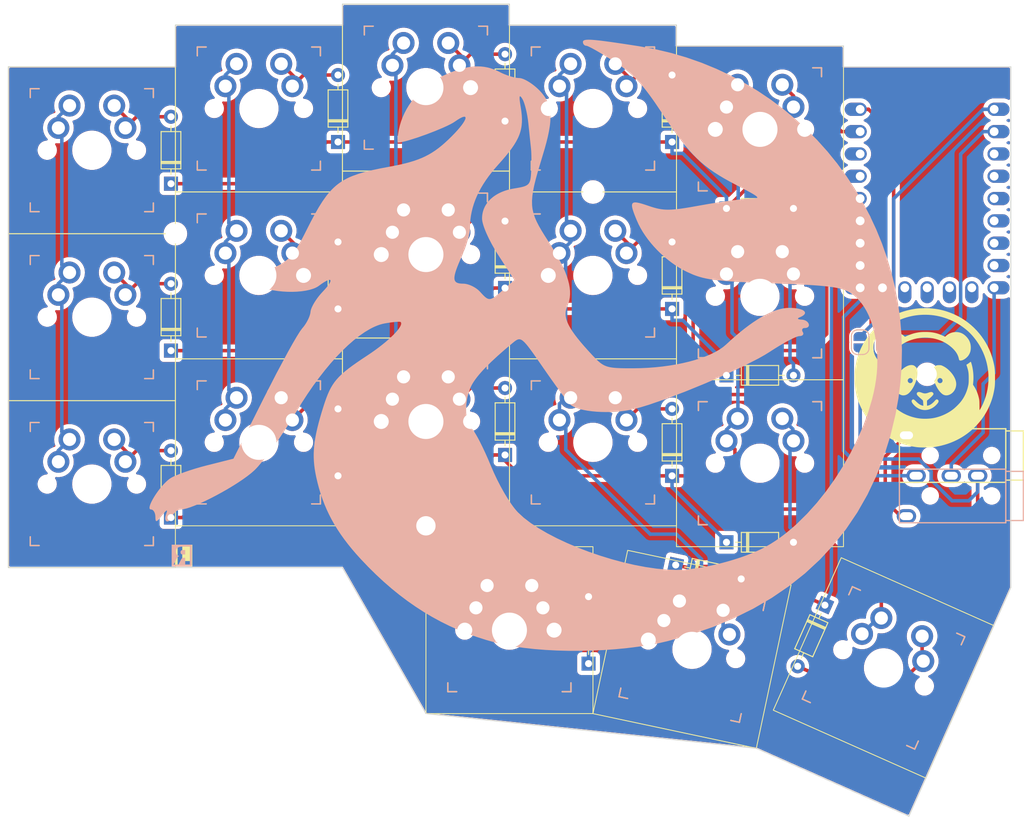
<source format=kicad_pcb>
(kicad_pcb (version 20221018) (generator pcbnew)
  (layers (0 "F.Cu" signal) (31 "B.Cu" signal) (34 "B.Paste" user) (35 "F.Paste" user) (36 "B.SilkS" user "B.Silkscreen") (37 "F.SilkS" user "F.Silkscreen") (38 "B.Mask" user) (39 "F.Mask" user) (44 "Edge.Cuts" user))
  (net 0 "")
  (net 1 "l0")
  (net 2 "Net-(D1-A)")
  (net 3 "Net-(D2-A)")
  (net 4 "Net-(D3-A)")
  (net 5 "Net-(D4-A)")
  (net 6 "Net-(D5-A)")
  (net 7 "l1")
  (net 8 "Net-(D6-A)")
  (net 9 "Net-(D7-A)")
  (net 10 "Net-(D8-A)")
  (net 11 "Net-(D9-A)")
  (net 12 "Net-(D10-A)")
  (net 13 "l2")
  (net 14 "Net-(D11-A)")
  (net 15 "Net-(D12-A)")
  (net 16 "Net-(D13-A)")
  (net 17 "Net-(D14-A)")
  (net 18 "Net-(D15-A)")
  (net 19 "l3")
  (net 20 "Net-(D16-A)")
  (net 21 "Net-(D17-A)")
  (net 22 "Net-(D18-A)")
  (net 23 "com_1")
  (net 24 "com_2")
  (net 25 "+5V")
  (net 26 "GND")
  (net 27 "5V_left")
  (net 28 "GND_left")
  (net 29 "5V_right")
  (net 30 "GND_right")
  (net 31 "c0")
  (net 32 "c1")
  (net 33 "c2")
  (net 34 "c3")
  (net 35 "c4")
  (footprint "Diode_THT:D_DO-35_SOD27_P7.62mm_Horizontal" (layer "F.Cu") (at 228.5 125.31 90)
    (fp_text reference "D4" hide)
    (fp_text value "1N4148" hide)
  )
  (footprint "Diode_THT:D_DO-35_SOD27_P7.62mm_Horizontal" (layer "F.Cu") (at 234.69 151.875)
    (fp_text reference "D10" hide)
    (fp_text value "1N4148" hide)
  )
  (footprint "MountingHole:MountingHole_2.2mm_M2" (layer "F.Cu") (at 219.5 131)
    (fp_text reference "H3" hide)
    (fp_text value "MountingHole" hide)
  )
  (footprint "Diode_THT:D_DO-35_SOD27_P7.62mm_Horizontal" (layer "F.Cu") (at 209.5 122.935 90)
    (fp_text reference "D3" hide)
    (fp_text value "1N4148" hide)
  )
  (footprint "lib:SW_MX_reversible" (layer "F.Cu") (at 200.5 119.125)
    (fp_text reference "SW3" hide)
    (fp_text value "SW_SPST" hide)
  )
  (footprint "Diode_THT:D_DO-35_SOD27_P7.62mm_Horizontal" (layer "F.Cu") (at 209.5 160.935 90)
    (fp_text reference "D13" hide)
    (fp_text value "1N4148" hide)
  )
  (footprint "Diode_THT:D_DO-35_SOD27_P7.62mm_Horizontal" (layer "F.Cu") (at 171.5 149.06 90)
    (fp_text reference "D6" hide)
    (fp_text value "1N4148" hide)
  )
  (footprint "Diode_THT:D_DO-35_SOD27_P7.62mm_Horizontal" (layer "F.Cu") (at 190.5 125.31 90)
    (fp_text reference "D2" hide)
    (fp_text value "1N4148" hide)
  )
  (footprint "lib:SW_MX_reversible" (layer "F.Cu") (at 181.5 159.5)
    (fp_text reference "SW12" hide)
    (fp_text value "SW_SPST" hide)
  )
  (footprint "_mcu:rp2040-zero-tht" (layer "F.Cu") (at 257.5171 131.75)
    (fp_text reference "U1" hide)
    (fp_text value "rp2040-zero" hide)
  )
  (footprint "lib:SW_MX_reversible" (layer "F.Cu") (at 252.5595 185.1713 -24)
    (fp_text reference "SW18" hide)
    (fp_text value "SW_SPST" hide)
  )
  (footprint "lib:SW_MX_reversible" (layer "F.Cu") (at 219.5 140.5)
    (fp_text reference "SW9" hide)
    (fp_text value "SW_SPST" hide)
  )
  (footprint "MountingHole:MountingHole_2.2mm_M2" (layer "F.Cu") (at 257.5171 151.75)
    (fp_text reference "H1" hide)
    (fp_text value "MountingHole" hide)
  )
  (footprint "lib:SolderJumper-2_P1.3mm_Open_RoundedPad1.0x1.5mm" (layer "F.Cu") (at 249.9 148.1 -90)
    (fp_text reference "JP_L1" hide)
    (fp_text value "~" hide)
  )
  (footprint "Diode_THT:D_DO-35_SOD27_P7.62mm_Horizontal" (layer "F.Cu") (at 190.5 144.31 90)
    (fp_text reference "D7" hide)
    (fp_text value "1N4148" hide)
  )
  (footprint "lib:SW_MX_reversible" (layer "F.Cu") (at 162.5 164.25)
    (fp_text reference "SW11" hide)
    (fp_text value "SW_SPST" hide)
  )
  (footprint "Diode_THT:D_DO-35_SOD27_P7.62mm_Horizontal" (layer "F.Cu") (at 219 184.685 90)
    (fp_text reference "D16" hide)
    (fp_text value "1N4148" hide)
  )
  (footprint "lib:SW_MX_reversible" (layer "F.Cu") (at 210 180.875)
    (fp_text reference "SW16" hide)
    (fp_text value "SW_SPST" hide)
  )
  (footprint "Diode_THT:D_DO-35_SOD27_P7.62mm_Horizontal" (layer "F.Cu") (at 228.5 163.31 90)
    (fp_text reference "D14" hide)
    (fp_text value "1N4148" hide)
  )
  (footprint "Diode_THT:D_DO-35_SOD27_P7.62mm_Horizontal" (layer "F.Cu") (at 190.5 163.31 90)
    (fp_text reference "D12" hide)
    (fp_text value "1N4148" hide)
  )
  (footprint "lib:TRRS-PJ-320A_reversible" (layer "F.Cu") (at 266.4625 163.3 -90)
    (fp_text reference "J1" hide)
    (fp_text value "AudioJack4" hide)
  )
  (footprint "Diode_THT:D_DO-35_SOD27_P7.62mm_Horizontal" (layer "F.Cu") (at 245.8872 178.0301 -114)
    (fp_text reference "D18" hide)
    (fp_text value "1N4148" hide)
  )
  (footprint "lib:SW_MX_reversible" (layer "F.Cu") (at 238.5 142.875)
    (fp_text reference "SW10" hide)
    (fp_text value "SW_SPST" hide)
  )
  (footprint "Diode_THT:D_DO-35_SOD27_P7.62mm_Horizontal" (layer "F.Cu") (at 234.69 170.875)
    (fp_text reference "D15" hide)
    (fp_text value "1N4148" hide)
  )
  (footprint "Diode_THT:D_DO-35_SOD27_P7.62mm_Horizontal" (layer "F.Cu") (at 171.5 168.06 90)
    (fp_text reference "D11" hide)
    (fp_text value "1N4148" hide)
  )
  (footprint "lib:SW_MX_reversible" (layer "F.Cu") (at 162.5 145.25)
    (fp_text reference "SW6" hide)
    (fp_text value "SW_SPST" hide)
  )
  (footprint "MountingHole:MountingHole_2.2mm_M2" (layer "F.Cu") (at 200.5 169)
    (fp_text reference "H2" hide)
    (fp_text value "MountingHole" hide)
  )
  (footprint "Diode_THT:D_DO-35_SOD27_P7.62mm_Horizontal" (layer "F.Cu") (at 228.912 173.4623 -12)
    (fp_text reference "D17" hide)
    (fp_text value "1N4148" hide)
  )
  (footprint "lib:SW_MX_reversible" (layer "F.Cu") (at 238.5 161.875)
    (fp_text reference "SW15" hide)
    (fp_text value "SW_SPST" hide)
  )
  (footprint "Diode_THT:D_DO-35_SOD27_P7.62mm_Horizontal" (layer "F.Cu") (at 234.69 132.875)
    (fp_text reference "D5" hide)
    (fp_text value "1N4148" hide)
  )
  (footprint "lib:SW_MX_reversible" (layer "F.Cu") (at 200.5 138.125)
    (fp_text reference "SW8" hide)
    (fp_text value "SW_SPST" hide)
  )
  (footprint "lib:SW_MX_reversible" (layer "F.Cu") (at 200.5 157.125)
    (fp_text reference "SW13" hide)
    (fp_text value "SW_SPST" hide)
  )
  (footprint "lib:SW_MX_reversible" (layer "F.Cu") (at 230.7676 183.0578 -12)
    (fp_text reference "SW17" hide)
    (fp_text value "SW_SPST" hide)
  )
  (footprint "MountingHole:MountingHole_2.2mm_M2" (layer "F.Cu") (at 172 135.75)
    (fp_text reference "H4" hide)
    (fp_text value "MountingHole" hide)
  )
  (footprint "Diode_THT:D_DO-35_SOD27_P7.62mm_Horizontal" (layer "F.Cu") (at 228.5 144.31 90)
    (fp_text reference "D9" hide)
    (fp_text value "1N4148" hide)
  )
  (footprint "lib:SW_MX_reversible" (layer "F.Cu") (at 181.5 140.5)
    (fp_text reference "SW7" hide)
    (fp_text value "SW_SPST" hide)
  )
  (footprint "lib:SolderJumper-2_P1.3mm_Open_RoundedPad1.0x1.5mm" (layer "F.Cu") (at 252.75 148.1 -90)
    (fp_text reference "JP_L2" hide)
    (fp_text value "~" hide)
  )
  (footprint "lib:SW_MX_reversible" (layer "F.Cu") (at 219.5 121.5)
    (fp_text reference "SW4" hide)
    (fp_text value "SW_SPST" hide)
  )
  (footprint "lib:SW_MX_reversible" (layer "F.Cu") (at 181.5 121.5)
    (fp_text reference "SW2" hide)
    (fp_text value "SW_SPST" hide)
  )
  (footprint "lib:SW_MX_reversible" (layer "F.Cu") (at 238.5 123.875)
    (fp_text reference "SW5" hide)
    (fp_text value "SW_SPST" hide)
  )
  (footprint "Diode_THT:D_DO-35_SOD27_P7.62mm_Horizontal" (layer "F.Cu") (at 209.5 141.935 90)
    (fp_text reference "D8" hide)
    (fp_text value "1N4148" hide)
  )
  (footprint "lib:SW_MX_reversible" (layer "F.Cu") (at 162.5 126.25)
    (fp_text reference "SW1" hide)
    (fp_text value "SW_SPST" hide)
  )
  (footprint "lib:SW_MX_reversible" (layer "F.Cu") (at 219.5 159.5)
    (fp_text reference "SW14" hide)
    (fp_text value "SW_SPST" hide)
  )
  (footprint "Diode_THT:D_DO-35_SOD27_P7.62mm_Horizontal" (layer "F.Cu") (at 171.5 130.06 90)
    (fp_text reference "D1" hide)
    (fp_text value "1N4148" hide)
  )
  (footprint "lib:SolderJumper-2_P1.3mm_Open_RoundedPad1.0x1.5mm" (layer "B.Cu") (at 249.9 148.1 -90)
    (fp_text reference "JP_R1" hide)
    (fp_text value "~" hide)
  )
  (footprint "lib:SolderJumper-2_P1.3mm_Open_RoundedPad1.0x1.5mm" (layer "B.Cu") (at 252.75 148.1 -90)
    (fp_text reference "JP_R2" hide)
    (fp_text value "~" hide)
  )
  (gr_poly (pts (xy 219.082302 113.670404) (xy 219.218044 113.674307) (xy 219.368315 113.681848) (xy 219.533733 113.693074) (xy 219.714914 113.708032) (xy 219.912476 113.726767) (xy 220.359214 113.77576) (xy 220.878885 113.840425) (xy 221.476428 113.921136) (xy 222.156782 114.018265) (xy 222.924885 114.132187) (xy 223.785678 114.263273) (xy 224.744099 114.411898) (xy 226.589637 114.749637) (xy 228.394795 115.178558) (xy 230.157586 115.69581) (xy 231.876026 116.298543) (xy 233.548128 116.983906) (xy 235.171908 117.749048) (xy 236.745379 118.591119) (xy 238.266556 119.507266) (xy 239.733453 120.494641) (xy 241.144085 121.550392) (xy 242.496465 122.671668) (xy 243.78861 123.855618) (xy 245.018532 125.099393) (xy 246.184246 126.40014) (xy 247.283767 127.755009) (xy 248.31511 129.16115) (xy 249.276287 130.615712) (xy 250.165315 132.115843) (xy 250.980207 133.658694) (xy 251.718977 135.241413) (xy 252.379641 136.861149) (xy 252.960212 138.515052) (xy 253.458704 140.200272) (xy 253.873134 141.913957) (xy 254.201513 143.653256) (xy 254.441858 145.415319) (xy 254.592183 147.197295) (xy 254.650501 148.996334) (xy 254.614827 150.809583) (xy 254.483176 152.634194) (xy 254.253563 154.467314) (xy 253.924 156.306094) (xy 253.335913 158.755364) (xy 252.606065 161.098033) (xy 251.735535 163.33302) (xy 250.725403 165.45925) (xy 249.576746 167.475642) (xy 248.290645 169.38112) (xy 246.868178 171.174605) (xy 245.310425 172.855018) (xy 243.618465 174.421283) (xy 241.793376 175.872319) (xy 239.836238 177.20705) (xy 237.74813 178.424397) (xy 235.530131 179.523282) (xy 233.18332 180.502627) (xy 230.708776 181.361354) (xy 228.107579 182.098384) (xy 227.010478 182.351517) (xy 225.846376 182.573027) (xy 224.625832 182.762808) (xy 223.359408 182.920754) (xy 222.057666 183.04676) (xy 220.731165 183.140721) (xy 219.390467 183.202531) (xy 218.046132 183.232085) (xy 216.708723 183.229278) (xy 215.3888 183.194004) (xy 214.096923 183.126158) (xy 212.843654 183.025634) (xy 211.639554 182.892328) (xy 210.495183 182.726133) (xy 209.421104 182.526945) (xy 208.427876 182.294658) (xy 208.427874 182.29466) (xy 208.427873 182.294663) (xy 208.427871 182.294666) (xy 208.427869 182.294669) (xy 208.427867 182.294671) (xy 208.427865 182.294674) (xy 208.427863 182.294676) (xy 208.427861 182.294679) (xy 208.427859 182.294681) (xy 208.427856 182.294682) (xy 208.427854 182.294684) (xy 208.427852 182.294685) (xy 208.42785 182.294687) (xy 208.427849 182.294687) (xy 208.427848 182.294688) (xy 208.427847 182.294688) (xy 208.427846 182.294688) (xy 208.427845 182.294688) (xy 207.336197 181.987936) (xy 206.266896 181.645678) (xy 205.218932 181.267286) (xy 204.191297 180.852136) (xy 203.182982 180.399602) (xy 202.192978 179.909058) (xy 201.220277 179.379879) (xy 200.26387 178.811439) (xy 199.322747 178.203113) (xy 198.3959 177.554274) (xy 197.482321 176.864298) (xy 196.581 176.132559) (xy 195.690928 175.35843) (xy 194.811098 174.541287) (xy 193.940499 173.680504) (xy 193.078123 172.775454) (xy 192.567365 172.210247) (xy 192.086488 171.649824) (xy 191.634642 171.092615) (xy 191.210977 170.537049) (xy 190.814642 169.981554) (xy 190.444785 169.424559) (xy 190.100557 168.864493) (xy 189.781105 168.299785) (xy 189.485581 167.728865) (xy 189.213132 167.15016) (xy 188.962908 166.562101) (xy 188.734059 165.963114) (xy 188.525732 165.351631) (xy 188.337079 164.726079) (xy 188.167247 164.084888) (xy 188.015387 163.426486) (xy 187.924544 162.970102) (xy 187.850924 162.524875) (xy 187.794901 162.087186) (xy 187.756846 161.653416) (xy 187.737132 161.219949) (xy 187.73613 160.783164) (xy 187.754214 160.339444) (xy 187.791755 159.885171) (xy 187.849125 159.416725) (xy 187.926698 158.93049) (xy 188.024844 158.422846) (xy 188.143937 157.890175) (xy 188.284349 157.328858) (xy 188.446451 156.735278) (xy 188.630617 156.105816) (xy 188.837218 155.436854) (xy 189.002031 154.930432) (xy 189.164371 154.468793) (xy 189.328981 154.046409) (xy 189.500601 153.65775) (xy 189.683973 153.297288) (xy 189.88384 152.959493) (xy 190.104941 152.638838) (xy 190.352021 152.329793) (xy 190.629819 152.026829) (xy 190.943078 151.724418) (xy 191.296539 151.41703) (xy 191.694944 151.099136) (xy 192.143035 150.765209) (xy 192.645553 150.409719) (xy 193.20724 150.027136) (xy 193.832838 149.611934) (xy 194.283242 149.308676) (xy 194.715842 149.00338) (xy 195.128353 148.698346) (xy 195.518487 148.39587) (xy 195.883959 148.098252) (xy 196.222483 147.807789) (xy 196.531773 147.52678) (xy 196.809541 147.257523) (xy 197.053503 147.002317) (xy 197.261371 146.763459) (xy 197.43086 146.543248) (xy 197.559683 146.343982) (xy 197.645554 146.167959) (xy 197.671669 146.089382) (xy 197.686188 146.017478) (xy 197.688826 145.952533) (xy 197.679297 145.894836) (xy 197.657315 145.844673) (xy 197.622595 145.802333) (xy 197.612913 145.795719) (xy 197.599065 145.789955) (xy 197.559338 145.780935) (xy 197.504337 145.775192) (xy 197.434988 145.772644) (xy 197.352213 145.773209) (xy 197.256936 145.776808) (xy 197.150083 145.783359) (xy 197.032576 145.79278) (xy 196.90534 145.80499) (xy 196.769299 145.819909) (xy 196.474496 145.857547) (xy 196.15556 145.905043) (xy 195.819884 145.961749) (xy 195.554653 146.018573) (xy 195.283016 146.095261) (xy 195.005293 146.191493) (xy 194.721804 146.306949) (xy 194.432867 146.441311) (xy 194.138802 146.594257) (xy 193.536567 146.954629) (xy 192.917654 147.385506) (xy 192.284617 147.884333) (xy 191.640013 148.448553) (xy 190.986398 149.075609) (xy 190.326326 149.762944) (xy 189.662353 150.508001) (xy 188.997034 151.308224) (xy 188.332926 152.161056) (xy 187.672583 153.06394) (xy 187.018561 154.014319) (xy 186.373416 155.009636) (xy 185.739703 156.047335) (xy 185.118656 157.066763) (xy 184.465897 158.086839) (xy 183.800961 159.080302) (xy 183.14338 160.019888) (xy 182.512687 160.878335) (xy 181.928416 161.62838) (xy 181.4101 162.242762) (xy 181.181779 162.490559) (xy 180.977271 162.694217) (xy 180.606681 163.018544) (xy 180.165702 163.363319) (xy 179.66507 163.722834) (xy 179.115525 164.091379) (xy 178.527803 164.463246) (xy 177.912642 164.832727) (xy 177.28078 165.194112) (xy 176.642955 165.541694) (xy 176.009903 165.869762) (xy 175.392362 166.17261) (xy 174.801071 166.444528) (xy 174.246766 166.679807) (xy 173.740186 166.87274) (xy 173.292067 167.017617) (xy 172.913148 167.108729) (xy 172.614166 167.140368) (xy 172.581048 167.141269) (xy 172.547665 167.14394) (xy 172.514077 167.148338) (xy 172.48034 167.154419) (xy 172.446513 167.162139) (xy 172.412653 167.171453) (xy 172.345069 167.19469) (xy 172.278049 167.223775) (xy 172.212059 167.258356) (xy 172.14756 167.29808) (xy 172.085016 167.342595) (xy 172.02489 167.391547) (xy 171.967646 167.444583) (xy 171.913746 167.501351) (xy 171.863655 167.561497) (xy 171.817834 167.624668) (xy 171.776748 167.690512) (xy 171.74086 167.758676) (xy 171.72501 167.793518) (xy 171.710632 167.828807) (xy 171.674653 167.916702) (xy 171.636774 167.998305) (xy 171.59726 168.073653) (xy 171.556378 168.142787) (xy 171.514391 168.205745) (xy 171.471565 168.262567) (xy 171.428166 168.313291) (xy 171.384458 168.357957) (xy 171.340706 168.396604) (xy 171.297177 168.429271) (xy 171.254134 168.455997) (xy 171.211844 168.476821) (xy 171.170571 168.491782) (xy 171.13058 168.50092) (xy 171.092137 168.504273) (xy 171.055507 168.50188) (xy 171.020955 168.493782) (xy 170.988747 168.480016) (xy 170.959146 168.460622) (xy 170.932419 168.43564) (xy 170.908831 168.405107) (xy 170.888647 168.369064) (xy 170.872132 168.327549) (xy 170.859551 168.280601) (xy 170.85117 168.22826) (xy 170.847253 168.170565) (xy 170.848066 168.107555) (xy 170.853873 168.039268) (xy 170.864942 167.965745) (xy 170.881535 167.887024) (xy 170.903919 167.803144) (xy 170.932358 167.714145) (xy 170.97082 167.599739) (xy 171.001698 167.501202) (xy 171.024699 167.418605) (xy 171.039531 167.352023) (xy 171.043791 167.32476) (xy 171.0459 167.301527) (xy 171.045819 167.282336) (xy 171.043512 167.267193) (xy 171.038944 167.256109) (xy 171.032076 167.249092) (xy 171.022873 167.246153) (xy 171.011298 167.247299) (xy 170.997314 167.25254) (xy 170.980885 167.261886) (xy 170.961974 167.275345) (xy 170.940544 167.292927) (xy 170.889981 167.340495) (xy 170.828904 167.404664) (xy 170.75702 167.485506) (xy 170.674035 167.583095) (xy 170.579656 167.697504) (xy 170.473591 167.828807) (xy 170.356776 167.973433) (xy 170.252802 168.099194) (xy 170.160916 168.206205) (xy 170.080364 168.294581) (xy 170.010392 168.364437) (xy 169.979138 168.392456) (xy 169.950246 168.415888) (xy 169.923623 168.434747) (xy 169.899173 168.449049) (xy 169.876803 168.458807) (xy 169.856419 168.464036) (xy 169.837926 168.46475) (xy 169.821229 168.460963) (xy 169.806236 168.452691) (xy 169.792851 168.439947) (xy 169.780981 168.422746) (xy 169.77053 168.401101) (xy 169.761405 168.375029) (xy 169.753512 168.344542) (xy 169.746757 168.309656) (xy 169.741044 168.270384) (xy 169.732372 168.178742) (xy 169.726742 168.069732) (xy 169.7234 167.943469) (xy 169.719287 167.861651) (xy 169.710378 167.782126) (xy 169.696927 167.705308) (xy 169.679186 167.631607) (xy 169.65741 167.561436) (xy 169.63185 167.495206) (xy 169.602761 167.433329) (xy 169.570395 167.376217) (xy 169.535006 167.324281) (xy 169.496846 167.277935) (xy 169.456169 167.237589) (xy 169.434966 167.219794) (xy 169.413228 167.203655) (xy 169.390988 167.189221) (xy 169.368276 167.176544) (xy 169.345125 167.165677) (xy 169.321566 167.15667) (xy 169.297631 167.149575) (xy 169.273351 167.144444) (xy 169.248759 167.141327) (xy 169.223885 167.140277) (xy 169.164565 167.132379) (xy 169.118836 167.109256) (xy 169.086166 167.071769) (xy 169.066021 167.020774) (xy 169.057871 166.95713) (xy 169.06118 166.881697) (xy 169.075418 166.795331) (xy 169.10005 166.698893) (xy 169.134544 166.59324) (xy 169.178368 166.47923) (xy 169.291872 166.229577) (xy 169.4363 165.956801) (xy 169.60739 165.667769) (xy 169.800879 165.36935) (xy 170.012506 165.068412) (xy 170.238007 164.771822) (xy 170.473121 164.486448) (xy 170.713586 164.219158) (xy 170.955139 163.976819) (xy 171.074992 163.867153) (xy 171.193519 163.766301) (xy 171.310186 163.67512) (xy 171.424461 163.59447) (xy 171.545063 163.520835) (xy 171.693603 163.441361) (xy 171.867979 163.356796) (xy 172.066085 163.267888) (xy 172.525075 163.080037) (xy 173.05374 162.883797) (xy 173.635246 162.685155) (xy 174.252761 162.490097) (xy 174.889451 162.304611) (xy 175.528484 162.134684) (xy 178.605308 161.358195) (xy 182.074825 154.428996) (xy 183.491381 151.661812) (xy 184.783579 149.249698) (xy 185.338447 148.257811) (xy 185.808709 147.451914) (xy 186.176526 146.864414) (xy 186.424059 146.52772) (xy 186.514021 146.423962) (xy 186.602144 146.31383) (xy 186.687943 146.198289) (xy 186.770934 146.078306) (xy 186.850629 145.954847) (xy 186.926545 145.828876) (xy 186.998194 145.701361) (xy 187.065093 145.573268) (xy 187.126755 145.445561) (xy 187.182694 145.319208) (xy 187.232426 145.195174) (xy 187.275465 145.074425) (xy 187.311325 144.957927) (xy 187.339521 144.846645) (xy 187.359567 144.741547) (xy 187.370978 144.643597) (xy 187.384661 144.543549) (xy 187.411381 144.432299) (xy 187.450428 144.311019) (xy 187.501092 144.180883) (xy 187.562661 144.043064) (xy 187.634425 143.898735) (xy 187.715674 143.749068) (xy 187.805698 143.595238) (xy 187.903786 143.438418) (xy 188.009228 143.279779) (xy 188.121313 143.120496) (xy 188.239331 142.961741) (xy 188.362571 142.804687) (xy 188.490323 142.650508) (xy 188.621877 142.500377) (xy 188.756522 142.355466) (xy 188.99492 142.098877) (xy 189.195511 141.867135) (xy 189.358812 141.661046) (xy 189.485341 141.481413) (xy 189.534977 141.40177) (xy 189.575615 141.329043) (xy 189.607318 141.263333) (xy 189.630152 141.204739) (xy 189.64418 141.153364) (xy 189.649469 141.109307) (xy 189.646081 141.072669) (xy 189.634083 141.043551) (xy 189.613539 141.022053) (xy 189.584513 141.008277) (xy 189.54707 141.002321) (xy 189.501275 141.004288) (xy 189.447192 141.014277) (xy 189.384887 141.03239) (xy 189.314424 141.058727) (xy 189.235867 141.093388) (xy 189.149281 141.136474) (xy 189.054731 141.188086) (xy 188.841998 141.317289) (xy 188.598185 141.481803) (xy 188.323809 141.682431) (xy 188.18886 141.77462) (xy 188.037464 141.860029) (xy 187.87065 141.938691) (xy 187.689447 142.01064) (xy 187.287994 142.134538) (xy 186.84134 142.231994) (xy 186.35772 142.303283) (xy 185.845369 142.348675) (xy 185.312521 142.368445) (xy 184.767413 142.362864) (xy 184.21828 142.332206) (xy 183.673356 142.276744) (xy 183.140877 142.196749) (xy 182.629077 142.092496) (xy 182.146193 141.964256) (xy 181.700458 141.812302) (xy 181.300109 141.636907) (xy 181.119527 141.540504) (xy 180.95338 141.438344) (xy 180.757291 141.307069) (xy 180.584663 141.188277) (xy 180.435197 141.081408) (xy 180.308595 140.985905) (xy 180.204559 140.901212) (xy 180.122791 140.826769) (xy 180.090164 140.793217) (xy 180.062993 140.762019) (xy 180.054259 140.75041) (xy 203.741748 140.75041) (xy 203.742186 140.840813) (xy 203.749906 140.923587) (xy 203.764922 140.99901) (xy 203.787246 141.06736) (xy 203.816891 141.128915) (xy 203.853871 141.18395) (xy 203.898199 141.232745) (xy 203.949887 141.275575) (xy 204.008949 141.31272) (xy 204.075398 141.344455) (xy 204.149247 141.371059) (xy 204.319197 141.409983) (xy 204.518903 141.431709) (xy 204.748471 141.438458) (xy 204.862419 141.443221) (xy 204.981628 141.457194) (xy 205.10512 141.479907) (xy 205.231918 141.51089) (xy 205.361043 141.549672) (xy 205.491519 141.595782) (xy 205.622367 141.64875) (xy 205.752611 141.708104) (xy 205.881271 141.773375) (xy 206.007371 141.844091) (xy 206.129933 141.919782) (xy 206.247979 141.999978) (xy 206.360532 142.084207) (xy 206.466613 142.171999) (xy 206.565246 142.262883) (xy 206.655453 142.356389) (xy 206.838425 142.556991) (xy 207.002231 142.730403) (xy 207.078071 142.806816) (xy 207.150467 142.876318) (xy 207.219871 142.938869) (xy 207.286731 142.994431) (xy 207.351496 143.042966) (xy 207.414618 143.084437) (xy 207.476544 143.118804) (xy 207.537726 143.14603) (xy 207.598611 143.166077) (xy 207.65965 143.178905) (xy 207.721293 143.184478) (xy 207.783989 143.182757) (xy 207.848188 143.173704) (xy 207.914339 143.15728) (xy 207.982892 143.133448) (xy 208.054296 143.102169) (xy 208.129001 143.063405) (xy 208.207457 143.017118) (xy 208.290113 142.963269) (xy 208.377418 142.901821) (xy 208.469824 142.832736) (xy 208.567778 142.755975) (xy 208.782131 142.579272) (xy 209.024075 142.371408) (xy 209.297207 142.132077) (xy 209.29707 142.132092) (xy 210.561932 141.018872) (xy 208.723362 138.174268) (xy 208.530004 137.868614) (xy 208.343461 137.560903) (xy 207.993946 136.946355) (xy 207.681065 136.344726) (xy 207.411065 135.770117) (xy 207.294096 135.497351) (xy 207.19019 135.236627) (xy 207.100128 134.98971) (xy 207.024689 134.75836) (xy 206.964656 134.54434) (xy 206.920808 134.349414) (xy 206.893927 134.175344) (xy 206.884793 134.023892) (xy 206.888919 133.861795) (xy 206.901226 133.702265) (xy 206.921608 133.545403) (xy 206.949961 133.391306) (xy 206.986177 133.240074) (xy 207.030151 133.091806) (xy 207.081778 132.946599) (xy 207.140951 132.804554) (xy 207.207566 132.665768) (xy 207.281515 132.530341) (xy 207.362693 132.398371) (xy 207.450995 132.269957) (xy 207.546314 132.145198) (xy 207.648546 132.024193) (xy 207.757583 131.907041) (xy 207.873321 131.793839) (xy 207.995653 131.684688) (xy 208.124474 131.579686) (xy 208.259679 131.478932) (xy 208.40116 131.382524) (xy 208.548813 131.290561) (xy 208.702531 131.203143) (xy 208.862209 131.120367) (xy 209.027741 131.042334) (xy 209.199022 130.96914) (xy 209.375945 130.900886) (xy 209.558405 130.837671) (xy 209.746296 130.779592) (xy 209.939512 130.726749) (xy 210.137947 130.67924) (xy 210.341496 130.637164) (xy 210.550053 130.600621) (xy 210.856964 130.550098) (xy 211.128103 130.501074) (xy 211.365802 130.451176) (xy 211.572394 130.398033) (xy 211.664754 130.369503) (xy 211.750212 130.339272) (xy 211.829059 130.307043) (xy 211.901588 130.27252) (xy 211.968089 130.235406) (xy 212.028854 130.195404) (xy 212.084174 130.152219) (xy 212.134343 130.105554) (xy 212.17965 130.055111) (xy 212.220387 130.000595) (xy 212.256846 129.941709) (xy 212.289319 129.878156) (xy 212.318097 129.80964) (xy 212.343472 129.735864) (xy 212.365735 129.656531) (xy 212.385178 129.571346) (xy 212.416768 129.382231) (xy 212.440577 129.166146) (xy 212.458937 128.920718) (xy 212.474179 128.643576) (xy 212.488552 128.290886) (xy 212.497906 127.925641) (xy 212.502329 127.558425) (xy 212.501909 127.199822) (xy 212.496732 126.860414) (xy 212.486887 126.550785) (xy 212.472461 126.281518) (xy 212.453541 126.063196) (xy 212.321853 124.833614) (xy 212.149212 123.166376) (xy 212.098965 122.75304) (xy 212.033335 122.336861) (xy 211.955101 121.929133) (xy 211.867037 121.541153) (xy 211.771922 121.184214) (xy 211.672532 120.869612) (xy 211.622102 120.731717) (xy 211.571644 120.608642) (xy 211.521506 120.501799) (xy 211.472035 120.4126) (xy 211.408796 120.313237) (xy 211.379881 120.270844) (xy 211.352758 120.233367) (xy 211.327418 120.20085) (xy 211.303853 120.173336) (xy 211.282053 120.150869) (xy 211.262012 120.133491) (xy 211.243719 120.121246) (xy 211.227167 120.114177) (xy 211.219541 120.112597) (xy 211.212346 120.112328) (xy 211.205583 120.113374) (xy 211.19925 120.115741) (xy 211.193345 120.119435) (xy 211.187868 120.12446) (xy 211.178192 120.138529) (xy 211.170215 120.15799) (xy 211.163926 120.182886) (xy 211.159319 120.213262) (xy 211.156384 120.24916) (xy 211.155112 120.290624) (xy 211.155496 120.337697) (xy 211.157526 120.390421) (xy 211.161195 120.448841) (xy 211.173412 120.582941) (xy 211.192079 120.740341) (xy 211.217128 120.921388) (xy 211.248491 121.126427) (xy 211.286099 121.355807) (xy 211.355548 121.817841) (xy 211.402153 122.253066) (xy 211.424277 122.665675) (xy 211.420284 123.059857) (xy 211.388536 123.439804) (xy 211.361742 123.62575) (xy 211.327396 123.809708) (xy 211.285293 123.992203) (xy 211.235229 124.173759) (xy 211.176999 124.3549) (xy 211.110398 124.536149) (xy 211.035221 124.718031) (xy 210.951265 124.901069) (xy 210.756195 125.27271) (xy 210.523549 125.655263) (xy 210.251693 126.052919) (xy 209.938989 126.46987) (xy 209.5838 126.910306) (xy 209.18449 127.378419) (xy 208.739422 127.878401) (xy 208.341584 128.331322) (xy 207.970849 128.781693) (xy 207.627012 129.229974) (xy 207.309864 129.676629) (xy 207.019199 130.122118) (xy 206.754811 130.566904) (xy 206.516491 131.011447) (xy 206.304033 131.456209) (xy 206.11723 131.901653) (xy 205.955874 132.348239) (xy 205.81976 132.796429) (xy 205.708679 133.246686) (xy 205.622426 133.699469) (xy 205.560792 134.155243) (xy 205.523571 134.614467) (xy 205.510556 135.077603) (xy 205.505586 135.211448) (xy 205.491513 135.361907) (xy 205.468805 135.527332) (xy 205.437928 135.706076) (xy 205.399349 135.896492) (xy 205.353535 136.096933) (xy 205.300953 136.305751) (xy 205.242069 136.5213) (xy 205.107263 136.966002) (xy 204.952853 137.417861) (xy 204.869463 137.642356) (xy 204.782572 137.863699) (xy 204.692647 138.080244) (xy 204.600155 138.290341) (xy 204.392788 138.754784) (xy 204.213818 139.173178) (xy 204.063349 139.547743) (xy 203.941486 139.880699) (xy 203.848334 140.174264) (xy 203.783997 140.430659) (xy 203.748579 140.652102) (xy 203.741748 140.75041) (xy 180.054259 140.75041) (xy 180.041239 140.733105) (xy 180.024866 140.706405) (xy 180.013836 140.681849) (xy 180.008113 140.659368) (xy 180.007658 140.638892) (xy 180.012435 140.620352) (xy 180.022406 140.603677) (xy 180.037535 140.588798) (xy 180.057783 140.575646) (xy 180.083113 140.56415) (xy 180.113489 140.55424) (xy 180.148873 140.545848) (xy 180.234515 140.533336) (xy 180.339742 140.526056) (xy 180.464256 140.52345) (xy 180.56489 140.518198) (xy 180.682714 140.503407) (xy 180.816265 140.479566) (xy 180.96408 140.447165) (xy 181.124696 140.406692) (xy 181.29665 140.358637) (xy 181.478479 140.30349) (xy 181.66872 140.24174) (xy 182.068586 140.100387) (xy 182.484543 139.938494) (xy 182.904888 139.759975) (xy 183.113048 139.665705) (xy 183.317916 139.568745) (xy 183.616612 139.419256) (xy 183.892442 139.269751) (xy 184.148218 139.116924) (xy 184.386752 138.957468) (xy 184.610854 138.788077) (xy 184.718373 138.698622) (xy 184.823337 138.605444) (xy 184.9261 138.508128) (xy 185.027012 138.406262) (xy 185.126425 138.299432) (xy 185.22469 138.187225) (xy 185.419183 137.945026) (xy 185.613303 137.676359) (xy 185.809859 137.377917) (xy 186.011666 137.046393) (xy 186.221532 136.67848) (xy 186.442271 136.270873) (xy 186.676693 135.820264) (xy 186.927611 135.323346) (xy 187.412572 134.368487) (xy 187.86809 133.513954) (xy 188.303375 132.752688) (xy 188.727641 132.077628) (xy 189.1501 131.481716) (xy 189.363529 131.211233) (xy 189.579962 130.957891) (xy 189.800548 130.720805) (xy 190.02644 130.499094) (xy 190.258789 130.291875) (xy 190.498747 130.098265) (xy 190.747464 129.917383) (xy 191.006093 129.748346) (xy 191.275786 129.590271) (xy 191.557692 129.442276) (xy 191.852965 129.303479) (xy 192.162755 129.172996) (xy 192.830495 128.933447) (xy 193.570122 128.716568) (xy 194.390849 128.5153) (xy 195.301889 128.322585) (xy 196.312453 128.131361) (xy 196.956994 128.009148) (xy 197.555595 127.883752) (xy 198.112404 127.753155) (xy 198.631569 127.615334) (xy 199.117238 127.468272) (xy 199.57356 127.309947) (xy 200.004682 127.138339) (xy 200.414754 126.95143) (xy 200.807924 126.747198) (xy 201.188339 126.523623) (xy 201.560148 126.278686) (xy 201.927499 126.010367) (xy 202.294541 125.716645) (xy 202.665421 125.395501) (xy 203.044289 125.044915) (xy 203.435292 124.662866) (xy 203.775178 124.313876) (xy 204.07466 123.988134) (xy 204.333312 123.687657) (xy 204.550709 123.414459) (xy 204.726425 123.170555) (xy 204.860037 122.95796) (xy 204.951117 122.77869) (xy 204.980575 122.702181) (xy 204.999241 122.634758) (xy 205.007062 122.576675) (xy 205.003984 122.528181) (xy 204.989955 122.48953) (xy 204.964921 122.460973) (xy 204.928828 122.442762) (xy 204.881625 122.435149) (xy 204.823257 122.438385) (xy 204.753672 122.452724) (xy 204.672817 122.478415) (xy 204.580637 122.515712) (xy 204.362095 122.62613) (xy 204.097619 122.785992) (xy 203.786786 122.997312) (xy 203.559055 123.141786) (xy 203.259497 123.304654) (xy 202.898491 123.482091) (xy 202.486413 123.670274) (xy 201.550554 124.063579) (xy 200.534942 124.453977) (xy 199.522598 124.810874) (xy 198.596543 125.103677) (xy 198.191818 125.216484) (xy 197.839799 125.301794) (xy 197.550862 125.355785) (xy 197.335387 125.374632) (xy 197.325347 125.372691) (xy 197.316203 125.366932) (xy 197.307949 125.357451) (xy 197.300578 125.344341) (xy 197.294085 125.327699) (xy 197.288464 125.307619) (xy 197.283708 125.284196) (xy 197.279812 125.257527) (xy 197.274576 125.194825) (xy 197.272707 125.120276) (xy 197.274157 125.034639) (xy 197.27888 124.938676) (xy 197.286826 124.833147) (xy 197.297948 124.718813) (xy 197.312199 124.596436) (xy 197.329531 124.466776) (xy 197.349896 124.330594) (xy 197.373245 124.18865) (xy 197.399532 124.041707) (xy 197.428709 123.890524) (xy 197.541691 123.409636) (xy 197.686338 122.935803) (xy 197.861583 122.470325) (xy 198.066362 122.014503) (xy 198.29961 121.569638) (xy 198.56026 121.137031) (xy 198.847247 120.717984) (xy 199.159506 120.313798) (xy 199.495971 119.925774) (xy 199.855576 119.555212) (xy 200.237256 119.203415) (xy 200.639946 118.871683) (xy 201.062579 118.561317) (xy 201.504091 118.273619) (xy 201.963416 118.009889) (xy 202.439488 117.771429) (xy 202.943112 117.545669) (xy 203.427052 117.346876) (xy 203.892651 117.174961) (xy 204.341254 117.029835) (xy 204.774204 116.91141) (xy 205.192845 116.819597) (xy 205.598521 116.754307) (xy 205.992575 116.715452) (xy 206.376352 116.702943) (xy 206.751194 116.716692) (xy 207.118447 116.756609) (xy 207.479453 116.822606) (xy 207.835557 116.914595) (xy 208.188102 117.032486) (xy 208.538431 117.176191) (xy 208.88789 117.345622) (xy 209.026481 117.415463) (xy 209.170355 117.483345) (xy 209.318377 117.548918) (xy 209.469409 117.61183) (xy 209.775966 117.728262) (xy 210.08094 117.829831) (xy 210.229993 117.874163) (xy 210.375244 117.913725) (xy 210.515556 117.948164) (xy 210.649794 117.97713) (xy 210.776821 118.000271) (xy 210.895502 118.017236) (xy 211.004701 118.027672) (xy 211.103283 118.031229) (xy 211.15121 118.032984) (xy 211.202002 118.03819) (xy 211.31161 118.058611) (xy 211.430957 118.091807) (xy 211.558892 118.137089) (xy 211.694268 118.193769) (xy 211.835934 118.26116) (xy 211.98274 118.338573) (xy 212.133537 118.42532) (xy 212.287175 118.520715) (xy 212.442505 118.624069) (xy 212.598377 118.734694) (xy 212.753641 118.851903) (xy 212.907148 118.975008) (xy 213.057749 119.10332) (xy 213.204293 119.236152) (xy 213.345631 119.372816) (xy 213.493774 119.525576) (xy 213.632983 119.678921) (xy 213.763284 119.833307) (xy 213.884704 119.989191) (xy 213.997272 120.147031) (xy 214.101014 120.307283) (xy 214.195957 120.470405) (xy 214.282129 120.636854) (xy 214.359557 120.807086) (xy 214.428269 120.981559) (xy 214.488291 121.16073) (xy 214.539651 121.345055) (xy 214.582376 121.534993) (xy 214.616493 121.730999) (xy 214.64203 121.933531) (xy 214.659014 122.143046) (xy 214.667472 122.360002) (xy 214.667432 122.584854) (xy 214.65892 122.81806) (xy 214.641965 123.060078) (xy 214.616592 123.311364) (xy 214.582831 123.572375) (xy 214.490248 124.125401) (xy 214.364434 124.722812) (xy 214.205608 125.368265) (xy 214.013988 126.065417) (xy 213.789791 126.817922) (xy 213.22138 128.715495) (xy 213.001552 129.514386) (xy 212.825684 130.229316) (xy 212.694554 130.872263) (xy 212.608943 131.455203) (xy 212.569629 131.990114) (xy 212.577393 132.488973) (xy 212.599173 132.728626) (xy 212.633014 132.963757) (xy 212.737273 133.426443) (xy 212.890948 133.88901) (xy 213.09482 134.363433) (xy 213.349669 134.86169) (xy 213.656273 135.395758) (xy 214.015413 135.977615) (xy 214.427868 136.619237) (xy 214.84242 137.270534) (xy 215.217541 137.889708) (xy 215.55367 138.478271) (xy 215.851245 139.037737) (xy 216.110704 139.569622) (xy 216.332487 140.075439) (xy 216.517031 140.556701) (xy 216.664774 141.014924) (xy 216.776156 141.45162) (xy 216.851615 141.868305) (xy 216.89159 142.266492) (xy 216.896518 142.647695) (xy 216.866838 143.013428) (xy 216.802988 143.365205) (xy 216.705408 143.704541) (xy 216.574536 144.032948) (xy 216.524096 144.152118) (xy 216.481235 144.27198) (xy 216.446099 144.392818) (xy 216.418833 144.514911) (xy 216.399582 144.638542) (xy 216.38849 144.76399) (xy 216.385704 144.891538) (xy 216.391368 145.021466) (xy 216.405627 145.154057) (xy 216.428627 145.289589) (xy 216.460513 145.428346) (xy 216.501429 145.570609) (xy 216.551521 145.716657) (xy 216.610934 145.866773) (xy 216.679813 146.021238) (xy 216.758304 146.180333) (xy 216.846551 146.344339) (xy 216.9447 146.513537) (xy 217.052895 146.688208) (xy 217.171282 146.868634) (xy 217.439212 147.247875) (xy 217.749651 147.653507) (xy 218.10376 148.087782) (xy 218.5027 148.552947) (xy 218.947632 149.051253) (xy 219.439717 149.584948) (xy 219.675523 149.834368) (xy 219.891901 150.054382) (xy 220.094547 150.246817) (xy 220.1925 150.333264) (xy 220.289157 150.413501) (xy 220.385229 150.487756) (xy 220.481428 150.556258) (xy 220.578466 150.619235) (xy 220.677056 150.676915) (xy 220.77791 150.729527) (xy 220.881739 150.777299) (xy 220.989255 150.820459) (xy 221.101172 150.859236) (xy 221.2182 150.893857) (xy 221.341052 150.924552) (xy 221.47044 150.951547) (xy 221.607076 150.975073) (xy 221.751672 150.995356) (xy 221.904941 151.012626) (xy 222.067593 151.02711) (xy 222.240342 151.039037) (xy 222.618977 151.056133) (xy 223.046542 151.065739) (xy 223.528733 151.069682) (xy 224.071248 151.069789) (xy 224.924768 151.055153) (xy 225.768883 151.015738) (xy 226.600116 150.952432) (xy 227.41499 150.866121) (xy 228.210029 150.757693) (xy 228.981756 150.628034) (xy 229.726696 150.478032) (xy 230.441371 150.308574) (xy 231.122306 150.120546) (xy 231.766025 149.914835) (xy 232.369049 149.692329) (xy 232.927905 149.453915) (xy 233.439114 149.200479) (xy 233.899202 148.932908) (xy 234.30469 148.652091) (xy 234.652104 148.358912) (xy 235.1928 147.859558) (xy 235.72238 147.391411) (xy 236.240602 146.954612) (xy 236.747228 146.5493) (xy 237.242017 146.175613) (xy 237.72473 145.83369) (xy 238.195127 145.523671) (xy 238.652968 145.245696) (xy 239.098013 144.999902) (xy 239.530023 144.786429) (xy 239.948757 144.605417) (xy 240.353976 144.457004) (xy 240.74544 144.341329) (xy 241.122909 144.258533) (xy 241.486144 144.208752) (xy 241.834904 144.192128) (xy 242.142568 144.198954) (xy 242.424624 144.218729) (xy 242.6799 144.2504) (xy 242.907224 144.292912) (xy 243.105424 144.345212) (xy 243.273327 144.406245) (xy 243.345551 144.439707) (xy 243.409762 144.474957) (xy 243.465812 144.511864) (xy 243.513556 144.550296) (xy 243.552846 144.59012) (xy 243.583537 144.631206) (xy 243.605482 144.673421) (xy 243.618534 144.716633) (xy 243.622546 144.760712) (xy 243.617373 144.805525) (xy 243.602867 144.85094) (xy 243.578883 144.896826) (xy 243.545273 144.943051) (xy 243.501891 144.989483) (xy 243.448591 145.035991) (xy 243.385226 145.082442) (xy 243.31165 145.128705) (xy 243.227716 145.174649) (xy 243.133277 145.220141) (xy 243.028187 145.26505) (xy 242.997328 145.27792) (xy 242.96901 145.290602) (xy 242.943225 145.303085) (xy 242.919962 145.315359) (xy 242.899215 145.327414) (xy 242.880973 145.33924) (xy 242.865228 145.350826) (xy 242.851972 145.362163) (xy 242.841196 145.37324) (xy 242.832891 145.384046) (xy 242.827048 145.394572) (xy 242.823659 145.404808) (xy 242.822714 145.414743) (xy 242.824205 145.424366) (xy 242.828124 145.433669) (xy 242.834462 145.44264) (xy 242.843209 145.45127) (xy 242.854357 145.459548) (xy 242.867898 145.467463) (xy 242.883823 145.475007) (xy 242.902122 145.482168) (xy 242.922788 145.488937) (xy 242.945811 145.495302) (xy 242.971183 145.501255) (xy 242.998895 145.506784) (xy 243.028938 145.51188) (xy 243.061303 145.516532) (xy 243.095983 145.52073) (xy 243.172248 145.527725) (xy 243.257664 145.53278) (xy 243.335499 145.538875) (xy 243.410043 145.549785) (xy 243.481187 145.565182) (xy 243.548823 145.584737) (xy 243.61284 145.608121) (xy 243.67313 145.635007) (xy 243.729584 145.665066) (xy 243.782092 145.697969) (xy 243.830546 145.733388) (xy 243.874836 145.770994) (xy 243.914853 145.81046) (xy 243.950487 145.851456) (xy 243.981631 145.893654) (xy 244.008173 145.936725) (xy 244.030006 145.980342) (xy 244.04702 146.024176) (xy 244.059106 146.067897) (xy 244.066155 146.111178) (xy 244.068058 146.153691) (xy 244.064705 146.195106) (xy 244.055987 146.235096) (xy 244.041796 146.273332) (xy 244.022021 146.309485) (xy 243.996555 146.343227) (xy 243.965287 146.374229) (xy 243.928108 146.402163) (xy 243.88491 146.426702) (xy 243.835583 146.447515) (xy 243.780018 146.464274) (xy 243.718106 146.476652) (xy 243.649737 146.48432) (xy 243.574803 146.486949) (xy 243.550259 146.487549) (xy 243.526761 146.48933) (xy 243.504321 146.492262) (xy 243.482953 146.496316) (xy 243.46267 146.501463) (xy 243.443485 146.507672) (xy 243.42541 146.514915) (xy 243.408459 146.523163) (xy 243.392644 146.532385) (xy 243.377979 146.542553) (xy 243.364476 146.553637) (xy 243.352149 146.565607) (xy 243.341009 146.578434) (xy 243.331072 146.59209) (xy 243.322348 146.606543) (xy 243.314852 146.621766) (xy 243.308596 146.637728) (xy 243.303593 146.6544) (xy 243.299857 146.671753) (xy 243.297399 146.689757) (xy 243.296233 146.708383) (xy 243.296373 146.727602) (xy 243.29783 146.747384) (xy 243.300619 146.767699) (xy 243.304751 146.788518) (xy 243.31024 146.809813) (xy 243.317099 146.831552) (xy 243.325341 146.853708) (xy 243.334978 146.87625) (xy 243.346025 146.89915) (xy 243.358492 146.922377) (xy 243.372395 146.945903) (xy 243.386059 146.969428) (xy 243.39783 146.992656) (xy 243.407731 147.015555) (xy 243.415787 147.038098) (xy 243.422024 147.060253) (xy 243.426465 147.081993) (xy 243.429136 147.103288) (xy 243.43006 147.124108) (xy 243.429264 147.144423) (xy 243.426772 147.164205) (xy 243.422608 147.183424) (xy 243.416798 147.20205) (xy 243.409365 147.220055) (xy 243.400335 147.237408) (xy 243.389732 147.254081) (xy 243.377581 147.270043) (xy 243.363907 147.285266) (xy 243.348735 147.29972) (xy 243.332089 147.313376) (xy 243.313994 147.326204) (xy 243.294474 147.338174) (xy 243.273555 147.349258) (xy 243.251262 147.359426) (xy 243.227618 147.368649) (xy 243.202649 147.376897) (xy 243.176379 147.38414) (xy 243.148833 147.39035) (xy 243.120037 147.395497) (xy 243.090013 147.399551) (xy 243.058789 147.402483) (xy 243.026387 147.404264) (xy 242.992833 147.404864) (xy 242.955315 147.407187) (xy 242.911306 147.414078) (xy 242.804668 147.441113) (xy 242.67464 147.485058) (xy 242.522941 147.545003) (xy 242.351291 147.620037) (xy 242.16141 147.70925) (xy 241.955018 147.81173) (xy 241.733834 147.926568) (xy 241.499578 148.052853) (xy 241.253971 148.189673) (xy 240.73558 148.491281) (xy 240.19242 148.824107) (xy 239.638249 149.180865) (xy 239.043104 149.549593) (xy 238.322578 149.955634) (xy 236.570592 150.852113) (xy 234.512709 151.815215) (xy 232.279347 152.789852) (xy 230.000924 153.720938) (xy 227.807857 154.553384) (xy 225.830566 155.232106) (xy 224.963591 155.496604) (xy 224.199467 155.702014) (xy 223.696028 155.811611) (xy 223.170467 155.900024) (xy 222.628849 155.967698) (xy 222.077242 156.01508) (xy 221.521712 156.042618) (xy 220.968326 156.050757) (xy 220.423151 156.039945) (xy 219.892252 156.010629) (xy 219.381698 155.963254) (xy 218.897554 155.898269) (xy 218.445887 155.816119) (xy 218.032764 155.717251) (xy 217.664251 155.602112) (xy 217.346416 155.47115) (xy 217.085324 155.32481) (xy 216.977953 155.246013) (xy 216.887043 155.163539) (xy 216.810073 155.079347) (xy 216.710255 154.961186) (xy 216.448402 154.6316) (xy 216.114147 154.192062) (xy 215.720152 153.659856) (xy 215.279078 153.052264) (xy 214.803587 152.386568) (xy 214.30634 151.680053) (xy 213.8 150.95) (xy 212.998087 149.790791) (xy 212.668204 149.323384) (xy 212.379342 148.925634) (xy 212.126732 148.593684) (xy 211.905603 148.323676) (xy 211.711184 148.111756) (xy 211.538705 147.954065) (xy 211.459203 147.894351) (xy 211.383396 147.846748) (xy 211.31069 147.810774) (xy 211.240487 147.785947) (xy 211.172191 147.771785) (xy 211.105207 147.767806) (xy 211.038937 147.773528) (xy 210.972785 147.788468) (xy 210.906155 147.812145) (xy 210.838452 147.844077) (xy 210.697436 147.930776) (xy 210.544969 148.044708) (xy 210.376278 148.182017) (xy 209.463773 148.952119) (xy 208.64745 149.671803) (xy 207.926042 150.342375) (xy 207.298277 150.965146) (xy 207.019115 151.259014) (xy 206.762887 151.541423) (xy 206.529436 151.812535) (xy 206.318602 152.072514) (xy 206.130228 152.321524) (xy 205.964153 152.559729) (xy 205.82022 152.787291) (xy 205.698269 153.004374) (xy 205.55011 153.317468) (xy 205.421982 153.650021) (xy 205.313867 153.997743) (xy 205.225744 154.356346) (xy 205.157595 154.72154) (xy 205.1094 155.089038) (xy 205.08114 155.454549) (xy 205.072794 155.813785) (xy 205.084345 156.162458) (xy 205.115771 156.496278) (xy 205.167055 156.810956) (xy 205.238176 157.102203) (xy 205.329115 157.365731) (xy 205.439853 157.59725) (xy 205.50264 157.699666) (xy 205.57037 157.792472) (xy 205.643039 157.875131) (xy 205.720646 157.947108) (xy 205.796849 158.022924) (xy 205.886183 158.133957) (xy 205.987535 158.27804) (xy 206.099792 158.453007) (xy 206.22184 158.656691) (xy 206.352567 158.886926) (xy 206.490859 159.141546) (xy 206.635601 159.418383) (xy 206.939987 160.030043) (xy 207.256818 160.704575) (xy 207.577187 161.424645) (xy 207.892186 162.172923) (xy 208.232946 162.962503) (xy 208.607333 163.751693) (xy 209.004851 164.52245) (xy 209.415005 165.256728) (xy 209.827299 165.936484) (xy 210.231237 166.543673) (xy 210.426793 166.814416) (xy 210.616324 167.06025) (xy 210.798519 167.278921) (xy 210.972065 167.468173) (xy 211.626683 168.071608) (xy 212.410531 168.673201) (xy 213.309426 169.267803) (xy 214.309184 169.850262) (xy 215.395619 170.415429) (xy 216.554548 170.958153) (xy 217.771787 171.473284) (xy 219.03315 171.955671) (xy 220.324454 172.400164) (xy 221.631514 172.801613) (xy 222.940146 173.154867) (xy 224.236166 173.454776) (xy 225.505389 173.69619) (xy 226.733631 173.873958) (xy 227.906707 173.98293) (xy 229.010434 174.017955) (xy 229.569418 174.002258) (xy 230.164388 173.960039) (xy 230.789702 173.892757) (xy 231.439717 173.801872) (xy 232.108792 173.688842) (xy 232.791285 173.555127) (xy 233.481555 173.402186) (xy 234.173958 173.231478) (xy 234.862854 173.044461) (xy 235.542601 172.842596) (xy 236.207556 172.627342) (xy 236.852078 172.400157) (xy 237.470524 172.1625) (xy 238.057254 171.915831) (xy 238.606625 171.66161) (xy 239.112996 171.401294) (xy 239.724269 171.04848) (xy 240.332698 170.657789) (xy 240.937189 170.231028) (xy 241.536654 169.770005) (xy 242.130002 169.276526) (xy 242.716141 168.752399) (xy 243.862434 167.61943) (xy 244.966808 166.385556) (xy 246.02054 165.065234) (xy 247.014904 163.672924) (xy 247.941176 162.223082) (xy 248.790632 160.730168) (xy 249.554547 159.20864) (xy 250.224198 157.672955) (xy 250.790859 156.137572) (xy 251.245807 154.616948) (xy 251.428662 153.86669) (xy 251.580316 153.125543) (xy 251.69968 152.395315) (xy 251.785663 151.677813) (xy 251.837174 150.974845) (xy 251.853123 150.288218) (xy 251.838019 149.609529) (xy 251.79755 148.950971) (xy 251.732176 148.313725) (xy 251.642356 147.698975) (xy 251.528548 147.107901) (xy 251.391213 146.541687) (xy 251.230808 146.001513) (xy 251.047793 145.488562) (xy 250.842627 145.004015) (xy 250.615769 144.549055) (xy 250.367679 144.124865) (xy 250.098815 143.732624) (xy 249.809636 143.373517) (xy 249.500602 143.048724) (xy 249.172171 142.759428) (xy 248.824803 142.50681) (xy 248.619731 142.382439) (xy 248.39729 142.26909) (xy 248.151214 142.165986) (xy 247.875241 142.072346) (xy 247.563105 141.987392) (xy 247.208542 141.910344) (xy 246.805288 141.840425) (xy 246.347079 141.776854) (xy 245.82765 141.718854) (xy 245.240737 141.665644) (xy 244.580076 141.616446) (xy 243.839402 141.570481) (xy 243.012452 141.52697) (xy 242.092961 141.485134) (xy 239.951298 141.403371) (xy 237.70576 141.318218) (xy 235.894724 141.229622) (xy 234.44729 141.128072) (xy 233.292557 141.00406) (xy 232.802797 140.930658) (xy 232.359623 140.848075) (xy 231.954174 140.755122) (xy 231.577587 140.65061) (xy 231.221 140.53335) (xy 230.875549 140.402154) (xy 230.182606 140.093198) (xy 229.731803 139.861832) (xy 229.285222 139.603952) (xy 228.844686 139.32143) (xy 228.412019 139.016138) (xy 227.989044 138.689946) (xy 227.577585 138.344728) (xy 227.179465 137.982354) (xy 226.796506 137.604696) (xy 226.430534 137.213626) (xy 226.08337 136.811016) (xy 225.756839 136.398738) (xy 225.452763 135.978662) (xy 225.172967 135.552661) (xy 224.919273 135.122607) (xy 224.693505 134.690371) (xy 224.497486 134.257825) (xy 224.334016 133.860234) (xy 224.196948 133.509796) (xy 224.087653 133.204769) (xy 224.0075 132.943412) (xy 223.978779 132.828566) (xy 223.957858 132.723984) (xy 223.944906 132.629449) (xy 223.940095 132.544743) (xy 223.943596 132.469649) (xy 223.955581 132.403949) (xy 223.97622 132.347425) (xy 224.005685 132.299859) (xy 224.044147 132.261034) (xy 224.091776 132.230733) (xy 224.148745 132.208737) (xy 224.215224 132.194829) (xy 224.291384 132.188791) (xy 224.377397 132.190405) (xy 224.473433 132.199455) (xy 224.579664 132.215722) (xy 224.823395 132.269036) (xy 225.109958 132.348608) (xy 225.440723 132.452695) (xy 225.817059 132.579556) (xy 226.129623 132.684113) (xy 226.423243 132.774522) (xy 226.703614 132.850733) (xy 226.976433 132.912694) (xy 227.247396 132.960353) (xy 227.5222 132.993659) (xy 227.80654 133.01256) (xy 228.106113 133.017005) (xy 228.426615 133.006942) (xy 228.773742 132.98232) (xy 229.153191 132.943088) (xy 229.570657 132.889193) (xy 230.031837 132.820584) (xy 230.542428 132.73721) (xy 231.734623 132.52596) (xy 232.56294 132.379716) (xy 233.396472 132.242392) (xy 234.988827 132.00678) (xy 235.702469 131.914632) (xy 236.330968 131.84368) (xy 236.851734 131.796995) (xy 237.242176 131.777646) (xy 237.50042 131.772717) (xy 237.72081 131.764723) (xy 237.901505 131.751656) (xy 237.976391 131.742593) (xy 238.040661 131.731508) (xy 238.094085 131.718151) (xy 238.136434 131.702271) (xy 238.167476 131.683616) (xy 238.186981 131.661937) (xy 238.192335 131.649884) (xy 238.194719 131.63698) (xy 238.190459 131.608497) (xy 238.17397 131.576235) (xy 238.145024 131.539945) (xy 238.103388 131.499373) (xy 238.048833 131.454271) (xy 237.981128 131.404386) (xy 237.900043 131.349468) (xy 237.69681 131.223528) (xy 237.437291 131.074444) (xy 237.119643 130.900206) (xy 236.742022 130.698807) (xy 235.799488 130.206494) (xy 235.097246 129.834299) (xy 234.44813 129.472408) (xy 233.845695 129.114563) (xy 233.283496 128.754508) (xy 232.755086 128.385984) (xy 232.254021 128.002734) (xy 231.773854 127.598502) (xy 231.308141 127.16703) (xy 230.850436 126.70206) (xy 230.394292 126.197336) (xy 229.933266 125.6466) (xy 229.46091 125.043595) (xy 228.97078 124.382064) (xy 228.456431 123.655749) (xy 227.911415 122.858394) (xy 227.329289 121.98374) (xy 226.575444 120.863797) (xy 226.226787 120.367386) (xy 225.89282 119.908885) (xy 225.57043 119.484947) (xy 225.256502 119.092225) (xy 224.947922 118.727371) (xy 224.641576 118.387038) (xy 224.33435 118.067878) (xy 224.023129 117.766546) (xy 223.704799 117.479692) (xy 223.376246 117.20397) (xy 223.034356 116.936032) (xy 222.676014 116.672532) (xy 222.298106 116.410121) (xy 221.897519 116.145453) (xy 221.334573 115.78672) (xy 220.794093 115.452053) (xy 220.289001 115.148777) (xy 219.832221 114.884218) (xy 219.436677 114.665699) (xy 219.115292 114.500546) (xy 218.88099 114.396082) (xy 218.800533 114.368898) (xy 218.746693 114.359633) (xy 218.726814 114.359071) (xy 218.707188 114.357402) (xy 218.687838 114.354654) (xy 218.668791 114.350854) (xy 218.65007 114.346031) (xy 218.6317 114.340212) (xy 218.613707 114.333424) (xy 218.596115 114.325694) (xy 218.578949 114.317051) (xy 218.562234 114.307522) (xy 218.545995 114.297135) (xy 218.530257 114.285917) (xy 218.515044 114.273895) (xy 218.500381 114.261098) (xy 218.486294 114.247553) (xy 218.472806 114.233287) (xy 218.459944 114.218328) (xy 218.447731 114.202703) (xy 218.436193 114.186441) (xy 218.425354 114.169568) (xy 218.41524 114.152112) (xy 218.405874 114.134101) (xy 218.397283 114.115563) (xy 218.38949 114.096525) (xy 218.382522 114.077014) (xy 218.376401 114.057058) (xy 218.371154 114.036684) (xy 218.366806 114.015921) (xy 218.36338 113.994796) (xy 218.360903 113.973336) (xy 218.359398 113.951569) (xy 218.358891 113.929522) (xy 218.361937 113.890373) (xy 218.371486 113.854255) (xy 218.388155 113.821216) (xy 218.399353 113.805866) (xy 218.412563 113.791302) (xy 218.445325 113.76456) (xy 218.487061 113.741036) (xy 218.538386 113.720778) (xy 218.599919 113.703831) (xy 218.672276 113.690242) (xy 218.756076 113.680058) (xy 218.851935 113.673326) (xy 218.960472 113.670093)) (fill solid) (layer "B.SilkS"))
  (gr_poly (pts (xy 258.943564 150.711396) (xy 258.973142 150.712311) (xy 259.00037 150.7137) (xy 259.02563 150.715646) (xy 259.049303 150.718228) (xy 259.07177 150.721528) (xy 259.093411 150.725625) (xy 259.114609 150.730601) (xy 259.135744 150.736535) (xy 259.157198 150.74351) (xy 259.179351 150.751604) (xy 259.202585 150.7609) (xy 259.227281 150.771477) (xy 259.282584 150.796797) (xy 259.335746 150.822561) (xy 259.388099 150.849407) (xy 259.439692 150.877372) (xy 259.490579 150.906493) (xy 259.540809 150.936807) (xy 259.590435 150.968351) (xy 259.639508 151.001161) (xy 259.688078 151.035275) (xy 259.736198 151.07073) (xy 259.783919 151.107563) (xy 259.831293 151.14581) (xy 259.878369 151.185509) (xy 259.925201 151.226696) (xy 259.971839 151.269408) (xy 260.018335 151.313684) (xy 260.06474 151.359558) (xy 260.163875 151.463301) (xy 260.256588 151.568374) (xy 260.342762 151.674512) (xy 260.422279 151.781454) (xy 260.49502 151.888936) (xy 260.560867 151.996695) (xy 260.619703 152.104468) (xy 260.67141 152.211992) (xy 260.71587 152.319003) (xy 260.752965 152.42524) (xy 260.782576 152.530438) (xy 260.804587 152.634334) (xy 260.818879 152.736666) (xy 260.825334 152.837171) (xy 260.823834 152.935585) (xy 260.814262 153.031645) (xy 260.806621 153.080311) (xy 260.797879 153.12773) (xy 260.788013 153.173961) (xy 260.776999 153.219062) (xy 260.764813 153.263092) (xy 260.751433 153.306109) (xy 260.736834 153.348172) (xy 260.720992 153.38934) (xy 260.703884 153.429671) (xy 260.685486 153.469223) (xy 260.665775 153.508055) (xy 260.644727 153.546226) (xy 260.622317 153.583794) (xy 260.598524 153.620818) (xy 260.573322 153.657356) (xy 260.546688 153.693466) (xy 260.495009 153.756823) (xy 260.439767 153.816107) (xy 260.381346 153.871157) (xy 260.320132 153.921811) (xy 260.256512 153.967909) (xy 260.190871 154.009289) (xy 260.123595 154.045789) (xy 260.055068 154.077247) (xy 259.985678 154.103504) (xy 259.91581 154.124397) (xy 259.845849 154.139764) (xy 259.810954 154.145326) (xy 259.776181 154.149445) (xy 259.741577 154.152103) (xy 259.707192 154.153278) (xy 259.673072 154.152951) (xy 259.639267 154.151101) (xy 259.605825 154.147709) (xy 259.572793 154.142754) (xy 259.54022 154.136216) (xy 259.508154 154.128075) (xy 259.508152 154.128075) (xy 259.479009 154.11941) (xy 259.45096 154.110086) (xy 259.423817 154.099979) (xy 259.397393 154.088969) (xy 259.371501 154.076933) (xy 259.345955 154.06375) (xy 259.320565 154.049298) (xy 259.295147 154.033456) (xy 259.269511 154.016101) (xy 259.243472 153.997113) (xy 259.216841 153.976368) (xy 259.189433 153.953746) (xy 259.161058 153.929124) (xy 259.131531 153.902382) (xy 259.100664 153.873397) (xy 259.06827 153.842047) (xy 258.975209 153.743823) (xy 258.884865 153.634748) (xy 258.797683 153.515922) (xy 258.714108 153.388446) (xy 258.634586 153.253419) (xy 258.559561 153.111942) (xy 258.489479 152.965115) (xy 258.424785 152.814038) (xy 258.365925 152.659812) (xy 258.313343 152.503536) (xy 258.288693 152.419025) (xy 258.692649 152.419025) (xy 258.692983 152.433995) (xy 258.694028 152.450543) (xy 258.695695 152.468919) (xy 258.697892 152.489372) (xy 258.700696 152.509389) (xy 258.704509 152.528795) (xy 258.709296 152.547571) (xy 258.715024 152.565698) (xy 258.721659 152.583158) (xy 258.729168 152.599929) (xy 258.737517 152.615995) (xy 258.746674 152.631335) (xy 258.756604 152.64593) (xy 258.767274 152.659761) (xy 258.778651 152.672809) (xy 258.790701 152.685054) (xy 258.803391 152.696479) (xy 258.816687 152.707063) (xy 258.830556 152.716787) (xy 258.844965 152.725632) (xy 258.85988 152.733579) (xy 258.875267 152.740609) (xy 258.891093 152.746703) (xy 258.907325 152.751841) (xy 258.923929 152.756005) (xy 258.940871 152.759175) (xy 258.958119 152.761332) (xy 258.975639 152.762457) (xy 258.993397 152.76253) (xy 259.01136 152.761533) (xy 259.029495 152.759447) (xy 259.047768 152.756252) (xy 259.066145 152.751929) (xy 259.084593 152.746459) (xy 259.103079 152.739822) (xy 259.121569 152.732001) (xy 259.12157 152.731999) (xy 259.128218 152.728687) (xy 259.135128 152.724709) (xy 259.142245 152.720117) (xy 259.149515 152.714965) (xy 259.156882 152.709306) (xy 259.164292 152.703191) (xy 259.171689 152.696675) (xy 259.179019 152.689811) (xy 259.186227 152.682651) (xy 259.193257 152.675248) (xy 259.200056 152.667655) (xy 259.206568 152.659925) (xy 259.212738 152.652112) (xy 259.218511 152.644268) (xy 259.223833 152.636446) (xy 259.228648 152.628699) (xy 259.239048 152.609634) (xy 259.247894 152.590353) (xy 259.255219 152.57091) (xy 259.261056 152.551359) (xy 259.265438 152.531754) (xy 259.268398 152.512148) (xy 259.269969 152.492595) (xy 259.270183 152.47315) (xy 259.269074 152.453866) (xy 259.266674 152.434796) (xy 259.263016 152.415996) (xy 259.258134 152.397518) (xy 259.252059 152.379416) (xy 259.244825 152.361745) (xy 259.236465 152.344558) (xy 259.227012 152.327908) (xy 259.216497 152.311851) (xy 259.204956 152.296439) (xy 259.192419 152.281727) (xy 259.178921 152.267769) (xy 259.164493 152.254617) (xy 259.149169 152.242327) (xy 259.132982 152.230951) (xy 259.115965 152.220545) (xy 259.09815 152.211161) (xy 259.079571 152.202853) (xy 259.060259 152.195676) (xy 259.040249 152.189683) (xy 259.019573 152.184928) (xy 258.998263 152.181465) (xy 258.976353 152.179348) (xy 258.953876 152.17863) (xy 258.94273 152.178939) (xy 258.931795 152.17988) (xy 258.921028 152.181476) (xy 258.910388 152.18375) (xy 258.899832 152.186722) (xy 258.889319 152.190416) (xy 258.878805 152.194855) (xy 258.868249 152.200059) (xy 258.857609 152.206052) (xy 258.846842 152.212855) (xy 258.835907 152.220492) (xy 258.82476 152.228984) (xy 258.813361 152.238353) (xy 258.801666 152.248622) (xy 258.789634 152.259814) (xy 258.777223 152.27195) (xy 258.761931 152.287385) (xy 258.748442 152.301413) (xy 258.736662 152.314283) (xy 258.726503 152.326242) (xy 258.722003 152.331958) (xy 258.717873 152.33754) (xy 258.714103 152.343019) (xy 258.710681 152.348427) (xy 258.707596 152.353793) (xy 258.704837 152.359149) (xy 258.702392 152.364527) (xy 258.700249 152.369958) (xy 258.698398 152.375472) (xy 258.696827 152.381101) (xy 258.695525 152.386875) (xy 258.694481 152.392827) (xy 258.693682 152.398987) (xy 258.693118 152.405385) (xy 258.692778 152.412055) (xy 258.692649 152.419025) (xy 258.288693 152.419025) (xy 258.267485 152.346311) (xy 258.228796 152.189237) (xy 258.197721 152.033414) (xy 258.174707 151.879943) (xy 258.160197 151.729924) (xy 258.154637 151.584456) (xy 258.155584 151.508409) (xy 258.159448 151.435823) (xy 258.166237 151.366684) (xy 258.175956 151.300979) (xy 258.188611 151.238694) (xy 258.204209 151.179815) (xy 258.222757 151.124328) (xy 258.244259 151.072219) (xy 258.268724 151.023476) (xy 258.296156 150.978083) (xy 258.326563 150.936027) (xy 258.35995 150.897295) (xy 258.396323 150.861873) (xy 258.43569 150.829746) (xy 258.478056 150.800902) (xy 258.523428 150.775326) (xy 258.542836 150.765652) (xy 258.561389 150.756949) (xy 258.579345 150.749171) (xy 258.596962 150.74227) (xy 258.614498 150.7362) (xy 258.632212 150.730912) (xy 258.65036 150.72636) (xy 258.669201 150.722495) (xy 258.688993 150.719272) (xy 258.709995 150.716642) (xy 258.732462 150.714558) (xy 258.756655 150.712972) (xy 258.782831 150.711838) (xy 258.811247 150.711109) (xy 258.875834 150.710672)) (fill solid) (layer "F.SilkS"))
  (gr_poly (pts (xy 255.779503 150.699438) (xy 255.856737 150.708302) (xy 255.894368 150.715606) (xy 255.931307 150.72484) (xy 255.948874 150.73018) (xy 255.966487 150.7364) (xy 256.001737 150.751366) (xy 256.036833 150.769504) (xy 256.07155 150.790581) (xy 256.105665 150.814365) (xy 256.138954 150.840624) (xy 256.171193 150.869124) (xy 256.202157 150.899633) (xy 256.231624 150.931919) (xy 256.259369 150.965748) (xy 256.285169 151.000888) (xy 256.308799 151.037107) (xy 256.330035 151.074171) (xy 256.348655 151.111849) (xy 256.364433 151.149907) (xy 256.377146 151.188113) (xy 256.386431 151.226223) (xy 256.39417 151.27082) (xy 256.400382 151.32117) (xy 256.405087 151.37654) (xy 256.408305 151.436195) (xy 256.410055 151.499403) (xy 256.410356 151.565429) (xy 256.409229 151.633539) (xy 256.406692 151.703) (xy 256.402765 151.773078) (xy 256.397468 151.843038) (xy 256.39082 151.912147) (xy 256.382842 151.979672) (xy 256.373551 152.044878) (xy 256.362969 152.107032) (xy 256.351114 152.165399) (xy 256.312394 152.322715) (xy 256.266504 152.479266) (xy 256.214016 152.634116) (xy 256.1555 152.78633) (xy 256.091527 152.934972) (xy 256.022668 153.079107) (xy 255.949494 153.217799) (xy 255.872576 153.350112) (xy 255.792483 153.475112) (xy 255.709788 153.591862) (xy 255.625062 153.699427) (xy 255.538874 153.796871) (xy 255.451796 153.88326) (xy 255.364399 153.957657) (xy 255.277253 154.019127) (xy 255.19093 154.066734) (xy 255.152588 154.083733) (xy 255.113656 154.098933) (xy 255.074257 154.112323) (xy 255.034515 154.123893) (xy 254.994555 154.133633) (xy 254.9545 154.141533) (xy 254.914475 154.147583) (xy 254.874603 154.151772) (xy 254.835007 154.154091) (xy 254.795813 154.154529) (xy 254.757144 154.153075) (xy 254.719123 154.149721) (xy 254.681876 154.144456) (xy 254.645525 154.137269) (xy 254.610195 154.128151) (xy 254.576009 154.117091) (xy 254.515789 154.093948) (xy 254.457618 154.068427) (xy 254.401498 154.040528) (xy 254.347428 154.010252) (xy 254.295411 153.9776) (xy 254.245446 153.942573) (xy 254.197535 153.905171) (xy 254.151679 153.865397) (xy 254.107879 153.823249) (xy 254.066135 153.77873) (xy 254.026448 153.731841) (xy 253.98882 153.682581) (xy 253.953252 153.630952) (xy 253.919744 153.576954) (xy 253.888297 153.520589) (xy 253.858912 153.461857) (xy 253.831782 153.400922) (xy 253.807812 153.339471) (xy 253.786999 153.277518) (xy 253.769337 153.21508) (xy 253.754821 153.152171) (xy 253.743447 153.088806) (xy 253.735209 153.025001) (xy 253.730104 152.96077) (xy 253.728127 152.896128) (xy 253.729271 152.83109) (xy 253.733534 152.765673) (xy 253.74091 152.699889) (xy 253.751394 152.633756) (xy 253.764981 152.567287) (xy 253.781667 152.500498) (xy 253.792638 152.463284) (xy 255.308547 152.463284) (xy 255.308617 152.487986) (xy 255.31084 152.512113) (xy 255.315112 152.53559) (xy 255.321327 152.558341) (xy 255.329382 152.580288) (xy 255.339171 152.601357) (xy 255.350589 152.62147) (xy 255.363533 152.640551) (xy 255.377897 152.658524) (xy 255.393577 152.675313) (xy 255.410468 152.69084) (xy 255.428465 152.705031) (xy 255.447463 152.717808) (xy 255.467359 152.729096) (xy 255.488046 152.738817) (xy 255.509421 152.746896) (xy 255.531378 152.753256) (xy 255.553814 152.757821) (xy 255.576623 152.760515) (xy 255.5997 152.761261) (xy 255.622941 152.759983) (xy 255.646242 152.756605) (xy 255.669497 152.75105) (xy 255.692602 152.743242) (xy 255.715451 152.733104) (xy 255.737942 152.720561) (xy 255.759967 152.705536) (xy 255.781424 152.687953) (xy 255.781424 152.687952) (xy 255.789974 152.679923) (xy 255.798197 152.671424) (xy 255.806088 152.662483) (xy 255.81364 152.653129) (xy 255.8277 152.633294) (xy 255.840325 152.612151) (xy 255.851464 152.589926) (xy 255.861062 152.566852) (xy 255.86907 152.543155) (xy 255.875433 152.519067) (xy 255.880099 152.494816) (xy 255.883017 152.470632) (xy 255.884133 152.446744) (xy 255.883396 152.423382) (xy 255.882316 152.41197) (xy 255.880753 152.400775) (xy 255.878701 152.389826) (xy 255.876152 152.379152) (xy 255.873101 152.368781) (xy 255.869541 152.358743) (xy 255.865465 152.349065) (xy 255.860866 152.339776) (xy 255.85679 152.332678) (xy 255.852153 152.325537) (xy 255.846981 152.318373) (xy 255.841306 152.311202) (xy 255.828557 152.29691) (xy 255.814138 152.282803) (xy 255.79828 152.269019) (xy 255.781214 152.2557) (xy 255.763171 152.242984) (xy 255.744383 152.231012) (xy 255.725081 152.219925) (xy 255.705496 152.209861) (xy 255.685859 152.200962) (xy 255.666403 152.193367) (xy 255.647357 152.187216) (xy 255.628954 152.182648) (xy 255.620066 152.181003) (xy 255.611425 152.179806) (xy 255.60306 152.179074) (xy 255.595 152.178827) (xy 255.585803 152.179081) (xy 255.576453 152.179833) (xy 255.55738 152.182774) (xy 255.537953 152.187529) (xy 255.518346 152.19398) (xy 255.498732 152.202007) (xy 255.479282 152.211492) (xy 255.460171 152.222315) (xy 255.441571 152.234356) (xy 255.423654 152.247497) (xy 255.406594 152.261619) (xy 255.390563 152.276602) (xy 255.375734 152.292327) (xy 255.36228 152.308676) (xy 255.350374 152.325528) (xy 255.340188 152.342765) (xy 255.335794 152.351491) (xy 255.331895 152.360268) (xy 255.322305 152.386501) (xy 255.315287 152.412466) (xy 255.310736 152.438086) (xy 255.308547 152.463284) (xy 253.792638 152.463284) (xy 253.801447 152.433404) (xy 253.824316 152.366019) (xy 253.850269 152.29836) (xy 253.91141 152.162277) (xy 253.98483 152.025274) (xy 254.070493 151.887472) (xy 254.168359 151.748992) (xy 254.27839 151.609954) (xy 254.400549 151.470479) (xy 254.534796 151.330687) (xy 254.627523 151.241571) (xy 254.720493 151.158867) (xy 254.813498 151.082667) (xy 254.906331 151.013061) (xy 254.998784 150.950137) (xy 255.090649 150.893987) (xy 255.181719 150.844701) (xy 255.271786 150.802368) (xy 255.360643 150.767079) (xy 255.448081 150.738923) (xy 255.533894 150.717991) (xy 255.617874 150.704373) (xy 255.699812 150.698159)) (fill solid) (layer "F.SilkS"))
  (gr_poly (pts (xy 257.48191 144.232874) (xy 257.710418 144.240284) (xy 257.934648 144.253187) (xy 258.155079 144.271687) (xy 258.372188 144.295886) (xy 258.586455 144.325886) (xy 258.798356 144.361791) (xy 259.008371 144.403703) (xy 259.216978 144.451725) (xy 259.424655 144.505959) (xy 259.63188 144.566509) (xy 259.839132 144.633477) (xy 260.046889 144.706967) (xy 260.255629 144.787079) (xy 260.465831 144.873919) (xy 260.677972 144.967587) (xy 261.073403 145.162088) (xy 261.456373 145.379348) (xy 261.826022 145.618328) (xy 262.181491 145.87799) (xy 262.521922 146.157294) (xy 262.846456 146.455202) (xy 263.154233 146.770675) (xy 263.444395 147.102674) (xy 263.716082 147.450161) (xy 263.968436 147.812095) (xy 264.200597 148.187439) (xy 264.411706 148.575153) (xy 264.600905 148.974199) (xy 264.767335 149.383538) (xy 264.910136 149.802131) (xy 265.028449 150.228939) (xy 265.088691 150.48295) (xy 265.136578 150.708776) (xy 265.156304 150.814916) (xy 265.173439 150.918565) (xy 265.18815 151.021243) (xy 265.200603 151.124467) (xy 265.210964 151.229756) (xy 265.219399 151.338629) (xy 265.231157 151.573201) (xy 265.237205 151.840332) (xy 265.238872 152.15217) (xy 265.237825 152.440306) (xy 265.234059 152.680017) (xy 265.226412 152.884354) (xy 265.21372 153.06637) (xy 265.194823 153.239118) (xy 265.168556 153.415649) (xy 265.133759 153.609018) (xy 265.089269 153.832275) (xy 265.037359 154.06541) (xy 264.977424 154.297883) (xy 264.909649 154.529316) (xy 264.83422 154.759333) (xy 264.751323 154.987557) (xy 264.661141 155.21361) (xy 264.56386 155.437116) (xy 264.459666 155.657699) (xy 264.348744 155.87498) (xy 264.231278 156.088583) (xy 264.107454 156.298131) (xy 263.977457 156.503248) (xy 263.841473 156.703556) (xy 263.699686 156.898678) (xy 263.552281 157.088238) (xy 263.399445 157.271858) (xy 263.154528 157.544232) (xy 262.900378 157.80342) (xy 262.637108 158.049361) (xy 262.364829 158.281993) (xy 262.083653 158.501253) (xy 261.793693 158.70708) (xy 261.495059 158.899413) (xy 261.187864 159.078189) (xy 260.87222 159.243347) (xy 260.548239 159.394825) (xy 260.216032 159.532561) (xy 259.875712 159.656493) (xy 259.52739 159.76656) (xy 259.171179 159.8627) (xy 258.80719 159.94485) (xy 258.435534 160.01295) (xy 258.235972 160.037894) (xy 257.986212 160.057588) (xy 257.702839 160.071742) (xy 257.40244 160.080066) (xy 257.101599 160.082269) (xy 256.816903 160.078061) (xy 256.564938 160.067152) (xy 256.362289 160.049251) (xy 256.362291 160.049251) (xy 256.106476 160.01341) (xy 255.852271 159.969882) (xy 255.599845 159.918732) (xy 255.349367 159.860023) (xy 255.101006 159.793822) (xy 254.854932 159.720193) (xy 254.611315 159.639201) (xy 254.370322 159.55091) (xy 254.132123 159.455387) (xy 253.896888 159.352695) (xy 253.664786 159.2429) (xy 253.435986 159.126067) (xy 253.210657 159.002259) (xy 252.988968 158.871543) (xy 252.771088 158.733984) (xy 252.557188 158.589645) (xy 252.371504 158.455447) (xy 252.188497 158.313741) (xy 252.00851 158.164925) (xy 251.831889 158.009394) (xy 251.658979 157.847546) (xy 251.490123 157.679778) (xy 251.325668 157.506485) (xy 251.165958 157.328065) (xy 251.011337 157.144913) (xy 250.862151 156.957428) (xy 250.718744 156.766005) (xy 250.581462 156.571041) (xy 250.450649 156.372933) (xy 250.326649 156.172078) (xy 250.209808 155.968871) (xy 250.100471 155.76371) (xy 249.996059 155.552669) (xy 249.898994 155.341636) (xy 249.809189 155.130239) (xy 249.726557 154.918101) (xy 249.651009 154.704851) (xy 249.582459 154.490112) (xy 249.520819 154.273513) (xy 249.466002 154.054677) (xy 249.41792 153.833232) (xy 249.376486 153.608804) (xy 249.341613 153.381017) (xy 249.313212 153.149499) (xy 249.291197 152.913875) (xy 249.275481 152.673772) (xy 249.265975 152.428814) (xy 249.262592 152.178628) (xy 249.263436 151.957987) (xy 249.267039 151.763169) (xy 249.273995 151.586798) (xy 249.284896 151.421496) (xy 249.300336 151.259885) (xy 249.320908 151.094587) (xy 249.347206 150.918224) (xy 249.379823 150.723419) (xy 249.436127 150.43373) (xy 249.503568 150.146603) (xy 249.581948 149.862418) (xy 249.671072 149.581555) (xy 249.770743 149.304393) (xy 249.880765 149.031311) (xy 249.999712 148.765439) (xy 251.402856 148.765439) (xy 251.404552 148.836091) (xy 251.407979 148.905562) (xy 251.413144 148.973283) (xy 251.420056 149.038685) (xy 251.428719 149.1012) (xy 251.439143 149.16026) (xy 251.451333 149.215296) (xy 251.478972 149.317056) (xy 251.510968 149.416698) (xy 251.547255 149.51413) (xy 251.58777 149.60926) (xy 251.632449 149.701996) (xy 251.681227 149.792248) (xy 251.73404 149.879923) (xy 251.790823 149.964931) (xy 251.851513 150.047178) (xy 251.916045 150.126575) (xy 251.984354 150.203029) (xy 252.056377 150.276448) (xy 252.132049 150.346742) (xy 252.211305 150.413819) (xy 252.294082 150.477586) (xy 252.380315 150.537953) (xy 252.476428 150.602321) (xy 252.521737 150.633211) (xy 252.522116 150.633877) (xy 252.522314 150.63514) (xy 252.522183 150.639391) (xy 252.521373 150.645841) (xy 252.519915 150.654366) (xy 252.515177 150.677148) (xy 252.508208 150.706752) (xy 252.499251 150.742192) (xy 252.488546 150.782481) (xy 252.476336 150.826634) (xy 252.462861 150.873663) (xy 252.424542 151.012735) (xy 252.392112 151.147832) (xy 252.365106 151.282252) (xy 252.343058 151.41929) (xy 252.3255 151.562245) (xy 252.311967 151.714411) (xy 252.301993 151.879087) (xy 252.29511 152.059567) (xy 252.291994 152.188034) (xy 252.29063 152.302082) (xy 252.29112 152.404375) (xy 252.293569 152.497578) (xy 252.298079 152.584353) (xy 252.304753 152.667364) (xy 252.313693 152.749276) (xy 252.325004 152.832751) (xy 252.354959 153.009254) (xy 252.392488 153.183724) (xy 252.437435 153.35601) (xy 252.489646 153.525959) (xy 252.548967 153.693419) (xy 252.615242 153.858237) (xy 252.688317 154.020262) (xy 252.768037 154.17934) (xy 252.854246 154.33532) (xy 252.946791 154.488049) (xy 253.045516 154.637375) (xy 253.150267 154.783145) (xy 253.377227 155.063409) (xy 253.626431 155.327623) (xy 253.896642 155.574568) (xy 254.18662 155.803025) (xy 254.495128 156.011775) (xy 254.820927 156.1996) (xy 255.162778 156.36528) (xy 255.519443 156.507597) (xy 255.702944 156.569614) (xy 255.889684 156.625333) (xy 256.079508 156.674602) (xy 256.272262 156.717268) (xy 256.466574 156.75238) (xy 256.664047 156.779654) (xy 256.864826 156.799093) (xy 257.069054 156.810705) (xy 257.276875 156.814494) (xy 257.488434 156.810465) (xy 257.703873 156.798625) (xy 257.923336 156.778978) (xy 257.923333 156.778976) (xy 258.091302 156.757571) (xy 258.260988 156.728996) (xy 258.431855 156.693474) (xy 258.603365 156.651229) (xy 258.774981 156.602482) (xy 258.946167 156.547459) (xy 259.116386 156.486381) (xy 259.285101 156.419472) (xy 259.451775 156.346956) (xy 259.615871 156.269054) (xy 259.776853 156.185991) (xy 259.934183 156.09799) (xy 260.087325 156.005274) (xy 260.235741 155.908066) (xy 260.378895 155.806589) (xy 260.51625 155.701066) (xy 260.608965 155.623669) (xy 260.711396 155.532607) (xy 260.819608 155.431768) (xy 260.929664 155.325042) (xy 261.037629 155.21632) (xy 261.139567 155.10949) (xy 261.231541 155.008442) (xy 261.309616 154.917065) (xy 261.38778 154.818447) (xy 261.462986 154.717109) (xy 261.535199 154.613122) (xy 261.604388 154.506554) (xy 261.67052 154.397475) (xy 261.733562 154.285954) (xy 261.793481 154.172062) (xy 261.850245 154.055867) (xy 261.90382 153.937439) (xy 261.954176 153.816848) (xy 262.001278 153.694162) (xy 262.045094 153.569452) (xy 262.085591 153.442786) (xy 262.122737 153.314235) (xy 262.156499 153.183867) (xy 262.186844 153.051753) (xy 262.204169 152.966989) (xy 262.211448 152.92711) (xy 262.217871 152.887961) (xy 262.223489 152.848835) (xy 262.228353 152.809028) (xy 262.232514 152.767834) (xy 262.236022 152.724548) (xy 262.238927 152.678465) (xy 262.241281 152.628879) (xy 262.244537 152.516378) (xy 262.246194 152.381404) (xy 262.246656 152.218315) (xy 262.244908 152.007049) (xy 262.238952 151.823637) (xy 262.234062 151.740069) (xy 262.227719 151.660696) (xy 262.219789 151.584595) (xy 262.21014 151.510843) (xy 262.198636 151.438517) (xy 262.185144 151.366695) (xy 262.169532 151.294452) (xy 262.151665 151.220868) (xy 262.108631 151.065979) (xy 262.054974 150.894646) (xy 261.979596 150.663373) (xy 262.057824 150.620638) (xy 262.076854 150.609498) (xy 262.101017 150.594168) (xy 262.129325 150.575336) (xy 262.160791 150.553691) (xy 262.194428 150.529921) (xy 262.229249 150.504715) (xy 262.264268 150.478761) (xy 262.298496 150.452748) (xy 262.331515 150.427598) (xy 262.363068 150.404113) (xy 262.392411 150.382811) (xy 262.418801 150.364206) (xy 262.441492 150.348814) (xy 262.45974 150.337151) (xy 262.472802 150.329731) (xy 262.477156 150.327774) (xy 262.479934 150.327071) (xy 262.480992 150.327328) (xy 262.482207 150.328148) (xy 262.483571 150.329515) (xy 262.48508 150.331417) (xy 262.48851 150.336767) (xy 262.492454 150.344086) (xy 262.496868 150.353262) (xy 262.50171 150.364183) (xy 262.506936 150.376738) (xy 262.512502 150.390815) (xy 262.518367 150.406303) (xy 262.524487 150.42309) (xy 262.537318 150.460112) (xy 262.550649 150.500989) (xy 262.564136 150.544828) (xy 262.596844 150.660318) (xy 262.627073 150.779334) (xy 262.654782 150.901454) (xy 262.679928 151.026255) (xy 262.70247 151.153313) (xy 262.722365 151.282206) (xy 262.73957 151.412511) (xy 262.754045 151.543805) (xy 262.765747 151.675665) (xy 262.774634 151.807668) (xy 262.780663 151.939391) (xy 262.783794 152.070411) (xy 262.783983 152.200306) (xy 262.781188 152.328652) (xy 262.775369 152.455027) (xy 262.766481 152.579007) (xy 262.735793 152.939697) (xy 262.859098 153.130305) (xy 262.904516 153.202564) (xy 262.948649 153.27691) (xy 262.991453 153.353233) (xy 263.032883 153.431424) (xy 263.072894 153.511374) (xy 263.111443 153.592973) (xy 263.148485 153.676114) (xy 263.183975 153.760685) (xy 263.217869 153.846578) (xy 263.250122 153.933684) (xy 263.280691 154.021893) (xy 263.309529 154.111097) (xy 263.336594 154.201185) (xy 263.36184 154.29205) (xy 263.385223 154.38358) (xy 263.406699 154.475668) (xy 263.422883 154.553148) (xy 263.429732 154.590379) (xy 263.435813 154.627423) (xy 263.441168 154.664892) (xy 263.445844 154.703403) (xy 263.449885 154.743569) (xy 263.453334 154.786003) (xy 263.456236 154.83132) (xy 263.458636 154.880135) (xy 263.462108 154.990711) (xy 263.464103 155.122645) (xy 263.464978 155.280849) (xy 263.466575 155.494006) (xy 263.469853 155.668554) (xy 263.474345 155.78648) (xy 263.4769 155.818581) (xy 263.47823 155.826931) (xy 263.479584 155.829773) (xy 263.482741 155.828442) (xy 263.487128 155.824543) (xy 263.499338 155.809508) (xy 263.515716 155.785589) (xy 263.535765 155.75371) (xy 263.58488 155.669761) (xy 263.642697 155.565041) (xy 263.705228 155.446934) (xy 263.768489 155.322821) (xy 263.828492 155.200082) (xy 263.881252 155.086101) (xy 264.046485 154.682855) (xy 264.185883 154.272524) (xy 264.299523 153.856315) (xy 264.387479 153.435437) (xy 264.449827 153.011099) (xy 264.486643 152.584509) (xy 264.498002 152.156877) (xy 264.48398 151.72941) (xy 264.444652 151.303317) (xy 264.380095 150.879808) (xy 264.290382 150.460091) (xy 264.175591 150.045374) (xy 264.035796 149.636866) (xy 263.871073 149.235775) (xy 263.681497 148.843312) (xy 263.467145 148.460683) (xy 263.398036 148.347986) (xy 263.32667 148.236131) (xy 263.177737 148.015645) (xy 263.021477 147.800624) (xy 262.859023 147.592469) (xy 262.691506 147.392578) (xy 262.606202 147.296169) (xy 262.520058 147.202352) (xy 262.433214 147.1113) (xy 262.345811 147.02319) (xy 262.257992 146.938195) (xy 262.169898 146.856492) (xy 261.937356 146.654983) (xy 261.695165 146.463387) (xy 261.444028 146.281999) (xy 261.184648 146.111112) (xy 260.917729 145.951019) (xy 260.643974 145.802012) (xy 260.364086 145.664387) (xy 260.07877 145.538435) (xy 259.788728 145.42445) (xy 259.494664 145.322727) (xy 259.197282 145.233557) (xy 258.897284 145.157234) (xy 258.595375 145.094052) (xy 258.292257 145.044304) (xy 257.988635 145.008284) (xy 257.685211 144.986284) (xy 257.392683 144.976898) (xy 257.10417 144.977739) (xy 256.819412 144.988873) (xy 256.538144 145.010368) (xy 256.260106 145.04229) (xy 255.985034 145.084707) (xy 255.712667 145.137687) (xy 255.442742 145.201297) (xy 255.174997 145.275603) (xy 254.909169 145.360674) (xy 254.644996 145.456577) (xy 254.382217 145.563378) (xy 254.120568 145.681145) (xy 253.859787 145.809946) (xy 253.599612 145.949847) (xy 253.339781 146.100917) (xy 253.141726 146.223794) (xy 252.955386 146.346499) (xy 252.78056 146.469253) (xy 252.617047 146.592277) (xy 252.464648 146.715792) (xy 252.323161 146.840019) (xy 252.192386 146.965181) (xy 252.072122 147.091498) (xy 251.962169 147.219192) (xy 251.862326 147.348484) (xy 251.772392 147.479596) (xy 251.692166 147.612748) (xy 251.621449 147.748162) (xy 251.56004 147.88606) (xy 251.507737 148.026663) (xy 251.46434 148.170192) (xy 251.450772 148.225898) (xy 251.438871 148.285539) (xy 251.428645 148.348546) (xy 251.420101 148.41435) (xy 251.413246 148.482383) (xy 251.408086 148.552078) (xy 251.40463 148.622864) (xy 251.402884 148.694174) (xy 251.402856 148.765439) (xy 249.999712 148.765439) (xy 250.000942 148.762689) (xy 250.131078 148.498908) (xy 250.270976 148.240345) (xy 250.42044 147.987382) (xy 250.579274 147.740397) (xy 250.747282 147.49977) (xy 250.924267 147.265881) (xy 251.110034 147.039109) (xy 251.304386 146.819833) (xy 251.507127 146.608434) (xy 251.726861 146.396709) (xy 251.954965 146.193467) (xy 252.191022 145.998928) (xy 252.434613 145.81331) (xy 252.685323 145.636831) (xy 252.942732 145.469712) (xy 253.206423 145.31217) (xy 253.475979 145.164426) (xy 253.750981 145.026697) (xy 254.031013 144.899203) (xy 254.315657 144.782162) (xy 254.604495 144.675793) (xy 254.89711 144.580317) (xy 255.193083 144.49595) (xy 255.491998 144.422913) (xy 255.793437 144.361423) (xy 255.993158 144.326036) (xy 256.173235 144.297402) (xy 256.340944 144.274868) (xy 256.503562 144.257782) (xy 256.668365 144.24549) (xy 256.842629 144.23734) (xy 257.033631 144.232679) (xy 257.248646 144.230855)) (fill solid) (layer "F.SilkS"))
  (gr_poly (pts (xy 257.470131 146.93542) (xy 257.607774 146.940016) (xy 257.741429 146.947643) (xy 257.871572 146.958404) (xy 257.998682 146.972402) (xy 258.123236 146.989742) (xy 258.24571 147.010527) (xy 258.366583 147.034862) (xy 258.486332 147.062849) (xy 258.605433 147.094593) (xy 258.724364 147.130197) (xy 258.843604 147.169766) (xy 258.963628 147.213403) (xy 259.084914 147.261212) (xy 259.207941 147.313297) (xy 259.333184 147.369761) (xy 259.565638 147.477597) (xy 259.650685 147.399003) (xy 259.728772 147.330919) (xy 259.809874 147.268108) (xy 259.893759 147.210637) (xy 259.9802 147.158571) (xy 260.068964 147.111974) (xy 260.159824 147.070911) (xy 260.25255 147.035448) (xy 260.346911 147.005649) (xy 260.442678 146.981581) (xy 260.539621 146.963307) (xy 260.63751 146.950893) (xy 260.736117 146.944404) (xy 260.83521 146.943906) (xy 260.934561 146.949462) (xy 261.033939 146.961139) (xy 261.133116 146.979001) (xy 261.191248 146.992331) (xy 261.247804 147.007382) (xy 261.302914 147.024228) (xy 261.356706 147.042942) (xy 261.40931 147.063598) (xy 261.460855 147.086267) (xy 261.511471 147.111025) (xy 261.561287 147.137943) (xy 261.610432 147.167096) (xy 261.659036 147.198556) (xy 261.707227 147.232397) (xy 261.755136 147.268691) (xy 261.80289 147.307514) (xy 261.85062 147.348936) (xy 261.898456 147.393033) (xy 261.946525 147.439876) (xy 262.013122 147.509265) (xy 262.075107 147.579634) (xy 262.132524 147.651086) (xy 262.185415 147.723726) (xy 262.233825 147.797657) (xy 262.277796 147.872983) (xy 262.317372 147.949808) (xy 262.352597 148.028235) (xy 262.383512 148.108369) (xy 262.410163 148.190314) (xy 262.432592 148.274173) (xy 262.450842 148.36005) (xy 262.464957 148.448049) (xy 262.47498 148.538274) (xy 262.480955 148.630828) (xy 262.482924 148.725817) (xy 262.482182 148.783944) (xy 262.47995 148.840312) (xy 262.476187 148.895069) (xy 262.470853 148.948369) (xy 262.463909 149.000361) (xy 262.455314 149.051198) (xy 262.445028 149.10103) (xy 262.43301 149.150009) (xy 262.419222 149.198285) (xy 262.403622 149.246012) (xy 262.386171 149.293338) (xy 262.366829 149.340416) (xy 262.345555 149.387397) (xy 262.32231 149.434433) (xy 262.297053 149.481674) (xy 262.269744 149.529271) (xy 262.231621 149.589284) (xy 262.189166 149.648277) (xy 262.142818 149.705923) (xy 262.09302 149.761896) (xy 262.040211 149.815868) (xy 261.984832 149.867513) (xy 261.927325 149.916503) (xy 261.86813 149.962512) (xy 261.807689 150.005213) (xy 261.746441 150.044279) (xy 261.684829 150.079383) (xy 261.623293 150.110198) (xy 261.562274 150.136397) (xy 261.502212 150.157653) (xy 261.443549 150.173639) (xy 261.41488 150.179554) (xy 261.386726 150.184029) (xy 261.355105 150.187745) (xy 261.3263 150.189928) (xy 261.300141 150.190455) (xy 261.288001 150.190057) (xy 261.276459 150.189198) (xy 261.265493 150.187861) (xy 261.255083 150.186032) (xy 261.245207 150.183694) (xy 261.235844 150.180832) (xy 261.226972 150.17743) (xy 261.218572 150.173472) (xy 261.21062 150.168942) (xy 261.203097 150.163825) (xy 261.19598 150.158106) (xy 261.18925 150.151768) (xy 261.182883 150.144795) (xy 261.17686 150.137173) (xy 261.171159 150.128884) (xy 261.165759 150.119915) (xy 261.160638 150.110248) (xy 261.155775 150.099869) (xy 261.15115 150.088761) (xy 261.146741 150.076908) (xy 261.138485 150.050908) (xy 261.130837 150.021742) (xy 261.123629 149.989286) (xy 261.103026 149.899903) (xy 261.078347 149.811856) (xy 261.049531 149.725047) (xy 261.016514 149.639378) (xy 260.979234 149.554753) (xy 260.937628 149.471073) (xy 260.891634 149.388243) (xy 260.841188 149.306164) (xy 260.786229 149.22474) (xy 260.726693 149.143873) (xy 260.662518 149.063466) (xy 260.593642 148.983422) (xy 260.52 148.903643) (xy 260.441532 148.824032) (xy 260.358173 148.744492) (xy 260.269862 148.664926) (xy 260.039322 148.476829) (xy 259.79711 148.306079) (xy 259.544205 148.152854) (xy 259.281585 148.017333) (xy 259.010229 147.899695) (xy 258.731115 147.800117) (xy 258.44522 147.718778) (xy 258.153525 147.655856) (xy 257.857006 147.611531) (xy 257.556642 147.585979) (xy 257.253412 147.57938) (xy 256.948294 147.591912) (xy 256.642267 147.623754) (xy 256.336308 147.675083) (xy 256.031396 147.746078) (xy 255.728509 147.836917) (xy 255.58604 147.88694) (xy 255.447048 147.940567) (xy 255.311582 147.997766) (xy 255.179688 148.058507) (xy 255.051413 148.122759) (xy 254.926806 148.190489) (xy 254.805913 148.261667) (xy 254.688782 148.33626) (xy 254.575459 148.414239) (xy 254.465994 148.495571) (xy 254.360432 148.580225) (xy 254.258821 148.66817) (xy 254.161209 148.759374) (xy 254.067643 148.853806) (xy 253.978169 148.951435) (xy 253.892837 149.05223) (xy 253.849783 149.106921) (xy 253.80819 149.163257) (xy 253.768158 149.221026) (xy 253.72979 149.280016) (xy 253.693187 149.340015) (xy 253.658451 149.400811) (xy 253.625682 149.462192) (xy 253.594983 149.523946) (xy 253.566455 149.585862) (xy 253.540199 149.647726) (xy 253.516317 149.709328) (xy 253.494911 149.770456) (xy 253.476081 149.830897) (xy 253.45993 149.890439) (xy 253.446559 149.948871) (xy 253.43607 150.00598) (xy 253.434157 150.017096) (xy 253.431996 150.028143) (xy 253.429609 150.039055) (xy 253.427021 150.049762) (xy 253.424256 150.060199) (xy 253.421337 150.070297) (xy 253.41829 150.079989) (xy 253.415138 150.089207) (xy 253.411906 150.097883) (xy 253.408617 150.105951) (xy 253.405295 150.113341) (xy 253.401965 150.119988) (xy 253.398651 150.125823) (xy 253.395377 150.130779) (xy 253.392166 150.134788) (xy 253.389044 150.137783) (xy 253.384151 150.141439) (xy 253.37879 150.144931) (xy 253.366729 150.151417) (xy 253.352974 150.157231) (xy 253.337642 150.162362) (xy 253.320848 150.1668) (xy 253.302707 150.170533) (xy 253.283335 150.173551) (xy 253.262847 150.175844) (xy 253.241358 150.177401) (xy 253.218984 150.178211) (xy 253.19584 150.178264) (xy 253.172041 150.17755) (xy 253.147703 150.176057) (xy 253.122941 150.173775) (xy 253.097871 150.170694) (xy 253.072607 150.166803) (xy 253.072606 150.166802) (xy 253.03768 150.15974) (xy 253.002402 150.150393) (xy 252.966837 150.138831) (xy 252.931053 150.125123) (xy 252.895115 150.10934) (xy 252.859089 150.091549) (xy 252.823041 150.071822) (xy 252.787038 150.050228) (xy 252.715429 150.001715) (xy 252.644793 149.946567) (xy 252.575657 149.885341) (xy 252.508551 149.818593) (xy 252.444003 149.74688) (xy 252.382544 149.670758) (xy 252.324702 149.590782) (xy 252.271006 149.507511) (xy 252.221985 149.4215) (xy 252.178169 149.333306) (xy 252.140085 149.243485) (xy 252.108265 149.152594) (xy 252.096294 149.108522) (xy 252.086112 149.059143) (xy 252.077706 149.005171) (xy 252.071064 148.947317) (xy 252.066175 148.886296) (xy 252.063025 148.82282) (xy 252.061602 148.757602) (xy 252.061894 148.691355) (xy 252.063889 148.624791) (xy 252.067575 148.558625) (xy 252.072939 148.493568) (xy 252.079969 148.430333) (xy 252.088652 148.369634) (xy 252.098977 148.312183) (xy 252.110931 148.258694) (xy 252.124502 148.209879) (xy 252.152661 148.126022) (xy 252.184236 148.044431) (xy 252.21911 147.965175) (xy 252.25717 147.888322) (xy 252.298301 147.813942) (xy 252.342388 147.742103) (xy 252.389316 147.672874) (xy 252.43897 147.606324) (xy 252.491237 147.542523) (xy 252.546001 147.481539) (xy 252.603147 147.423441) (xy 252.662561 147.368298) (xy 252.724129 147.316178) (xy 252.787735 147.267152) (xy 252.853265 147.221288) (xy 252.920604 147.178654) (xy 252.989637 147.13932) (xy 253.060251 147.103354) (xy 253.132329 147.070826) (xy 253.205757 147.041805) (xy 253.280422 147.016359) (xy 253.356207 146.994557) (xy 253.432998 146.976469) (xy 253.510681 146.962162) (xy 253.589141 146.951707) (xy 253.668264 146.945172) (xy 253.747933 146.942627) (xy 253.828036 146.944139) (xy 253.908457 146.949778) (xy 253.989081 146.959612) (xy 254.069794 146.973712) (xy 254.150481 146.992145) (xy 254.197392 147.004804) (xy 254.243348 147.018553) (xy 254.288429 147.033434) (xy 254.332714 147.049491) (xy 254.376285 147.066763) (xy 254.419219 147.085295) (xy 254.461599 147.105126) (xy 254.503503 147.1263) (xy 254.545013 147.148859) (xy 254.586207 147.172843) (xy 254.627165 147.198296) (xy 254.667969 147.22526) (xy 254.708698 147.253775) (xy 254.749432 147.283885) (xy 254.79025 147.315631) (xy 254.831234 147.349054) (xy 254.999688 147.489567) (xy 255.098658 147.439208) (xy 255.194632 147.39314) (xy 255.306924 147.343853) (xy 255.430483 147.293237) (xy 255.560255 147.243185) (xy 255.69119 147.195589) (xy 255.818234 147.152342) (xy 255.936335 147.115336) (xy 256.040442 147.086463) (xy 256.207158 147.046269) (xy 256.363723 147.013113) (xy 256.514388 146.986491) (xy 256.663405 146.9659) (xy 256.815026 146.950834) (xy 256.973501 146.94079) (xy 257.143082 146.935263) (xy 257.328022 146.933749)) (fill solid) (layer "F.SilkS"))
  (gr_poly (pts (xy 258.017846 153.767304) (xy 258.045112 153.77107) (xy 258.070364 153.777401) (xy 258.093772 153.786297) (xy 258.115504 153.797757) (xy 258.135729 153.811781) (xy 258.154616 153.828368) (xy 258.172335 153.847517) (xy 258.179312 153.856039) (xy 258.186092 153.864773) (xy 258.19264 153.873654) (xy 258.198921 153.882618) (xy 258.2049 153.891601) (xy 258.210541 153.900537) (xy 258.215811 153.909363) (xy 258.220673 153.918014) (xy 258.225092 153.926426) (xy 258.229034 153.934534) (xy 258.232464 153.942274) (xy 258.235346 153.949581) (xy 258.237646 153.956391) (xy 258.239328 153.96264) (xy 258.240357 153.968262) (xy 258.240699 153.973195) (xy 258.24014 153.984102) (xy 258.238531 153.995499) (xy 258.235858 154.0074) (xy 258.232109 154.019821) (xy 258.227271 154.032774) (xy 258.221331 154.046273) (xy 258.214277 154.060333) (xy 258.206095 154.074968) (xy 258.196772 154.090191) (xy 258.186297 154.106018) (xy 258.161835 154.139534) (xy 258.132608 154.175631) (xy 258.098512 154.214418) (xy 258.059446 154.25601) (xy 258.015307 154.300517) (xy 257.965991 154.348053) (xy 257.911398 154.39873) (xy 257.851425 154.452659) (xy 257.785968 154.509954) (xy 257.714927 154.570726) (xy 257.638198 154.635087) (xy 257.5 154.75) (xy 257.5 155.333046) (xy 257.599218 155.315712) (xy 257.64647 155.30577) (xy 257.694192 155.292369) (xy 257.742392 155.275505) (xy 257.791078 155.25517) (xy 257.840257 155.231361) (xy 257.889939 155.20407) (xy 257.94013 155.173292) (xy 257.990839 155.139022) (xy 258.042074 155.101254) (xy 258.093843 155.059982) (xy 258.146154 155.015201) (xy 258.199014 154.966905) (xy 258.252432 154.915088) (xy 258.306416 154.859745) (xy 258.360974 154.800871) (xy 258.416114 154.738458) (xy 258.440054 154.711954) (xy 258.463472 154.688509) (xy 258.474997 154.677932) (xy 258.486406 154.668117) (xy 258.497704 154.659064) (xy 258.508895 154.650771) (xy 258.519985 154.643238) (xy 258.530977 154.636464) (xy 258.541878 154.630448) (xy 258.55269 154.62519) (xy 258.563421 154.620688) (xy 258.574073 154.616941) (xy 258.584653 154.613949) (xy 258.595164 154.61171) (xy 258.605612 154.610225) (xy 258.616001 154.609492) (xy 258.626336 154.60951) (xy 258.636622 154.610279) (xy 258.646864 154.611797) (xy 258.657067 154.614063) (xy 258.667235 154.617078) (xy 258.677372 154.62084) (xy 258.687485 154.625348) (xy 258.697578 154.630601) (xy 258.707655 154.636598) (xy 258.717721 154.64334) (xy 258.727781 154.650824) (xy 258.73784 154.659049) (xy 258.747903 154.668016) (xy 258.757974 154.677724) (xy 258.768711 154.68907) (xy 258.778421 154.700623) (xy 258.787098 154.7124) (xy 258.794736 154.724417) (xy 258.80133 154.736692) (xy 258.806873 154.749242) (xy 258.811359 154.762082) (xy 258.814782 154.775231) (xy 258.817136 154.788705) (xy 258.818416 154.80252) (xy 258.818615 154.816694) (xy 258.817727 154.831243) (xy 258.815746 154.846185) (xy 258.812667 154.861536) (xy 258.808483 154.877312) (xy 258.803188 154.893532) (xy 258.796776 154.910211) (xy 258.789242 154.927367) (xy 258.780579 154.945016) (xy 258.770781 154.963176) (xy 258.759842 154.981862) (xy 258.747757 155.001092) (xy 258.734519 155.020884) (xy 258.720122 155.041252) (xy 258.704561 155.062216) (xy 258.687829 155.08379) (xy 258.650828 155.128841) (xy 258.609073 155.176539) (xy 258.562516 155.227019) (xy 258.480646 155.309212) (xy 258.395617 155.385689) (xy 258.307684 155.456354) (xy 258.217105 155.52111) (xy 258.124137 155.579863) (xy 258.029037 155.632516) (xy 257.932061 155.678974) (xy 257.833468 155.719141) (xy 257.733514 155.752922) (xy 257.632457 155.780219) (xy 257.530552 155.800939) (xy 257.428058 155.814985) (xy 257.325231 155.822261) (xy 257.222329 155.822671) (xy 257.119609 155.81612) (xy 257.017327 155.802513) (xy 257.017326 155.802528) (xy 256.946694 155.788982) (xy 256.876434 155.772221) (xy 256.806671 155.752312) (xy 256.737527 155.729324) (xy 256.669126 155.703326) (xy 256.601591 155.674386) (xy 256.535045 155.642572) (xy 256.469611 155.607954) (xy 256.405413 155.570598) (xy 256.342574 155.530574) (xy 256.281217 155.487951) (xy 256.221465 155.442796) (xy 256.163442 155.395177) (xy 256.10727 155.345165) (xy 256.053074 155.292826) (xy 256.000976 155.238229) (xy 255.955912 155.18769) (xy 255.915399 155.139436) (xy 255.879417 155.09341) (xy 255.847945 155.049549) (xy 255.820965 155.007795) (xy 255.798456 154.968087) (xy 255.7804 154.930364) (xy 255.766776 154.894568) (xy 255.76162 154.877374) (xy 255.757564 154.860638) (xy 255.754607 154.844354) (xy 255.752746 154.828514) (xy 255.751978 154.81311) (xy 255.752301 154.798135) (xy 255.753712 154.783581) (xy 255.756209 154.769442) (xy 255.75979 154.755708) (xy 255.764452 154.742374) (xy 255.770192 154.729431) (xy 255.777009 154.716872) (xy 255.784899 154.704689) (xy 255.79386 154.692875) (xy 255.80389 154.681422) (xy 255.814986 154.670323) (xy 255.825873 154.660383) (xy 255.836528 154.651282) (xy 255.846995 154.643039) (xy 255.857324 154.635674) (xy 255.867559 154.629207) (xy 255.877749 154.623657) (xy 255.88794 154.619044) (xy 255.898179 154.615388) (xy 255.908512 154.612708) (xy 255.918987 154.611024) (xy 255.929651 154.610357) (xy 255.94055 154.610724) (xy 255.951731 154.612147) (xy 255.963241 154.614645) (xy 255.975128 154.618237) (xy 255.987436 154.622944) (xy 256.000215 154.628785) (xy 256.01351 154.635779) (xy 256.027368 154.643947) (xy 256.041837 154.653309) (xy 256.056962 154.663882) (xy 256.072792 154.675689) (xy 256.089372 154.688748) (xy 256.10675 154.703078) (xy 256.124972 154.7187) (xy 256.144085 154.735634) (xy 256.185174 154.773514) (xy 256.23039 154.816876) (xy 256.280108 154.865877) (xy 256.328528 154.913065) (xy 256.376508 154.957769) (xy 256.424034 154.999979) (xy 256.471094 155.039687) (xy 256.517676 155.076885) (xy 256.563764 155.111564) (xy 256.609348 155.143718) (xy 256.654413 155.173336) (xy 256.698946 155.200411) (xy 256.742935 155.224935) (xy 256.786367 155.246899) (xy 256.829228 155.266296) (xy 256.871505 155.283116) (xy 256.913185 155.297352) (xy 256.954256 155.308995) (xy 256.994703 155.318037) (xy 257.084718 155.335396) (xy 257.066526 155.033627) (xy 257.060728 154.943589) (xy 257.055028 154.872178) (xy 257.048834 154.816699) (xy 257.045367 154.794092) (xy 257.041554 154.774458) (xy 257.037322 154.757459) (xy 257.032597 154.742759) (xy 257.027304 154.730021) (xy 257.021369 154.718908) (xy 257.01472 154.709084) (xy 257.007281 154.700211) (xy 256.998979 154.691953) (xy 256.98974 154.683972) (xy 256.893832 154.603969) (xy 256.796181 154.519594) (xy 256.700606 154.434417) (xy 256.610926 154.352005) (xy 256.530961 154.275927) (xy 256.464531 154.209751) (xy 256.415455 154.157047) (xy 256.398619 154.136862) (xy 256.387554 154.121382) (xy 256.377161 154.103643) (xy 256.367993 154.086076) (xy 256.360036 154.068705) (xy 256.353275 154.051557) (xy 256.347696 154.034657) (xy 256.343283 154.018031) (xy 256.340022 154.001705) (xy 256.337899 153.985703) (xy 256.336898 153.970053) (xy 256.337006 153.95478) (xy 256.338207 153.93991) (xy 256.340487 153.925467) (xy 256.343831 153.911478) (xy 256.348225 153.897969) (xy 256.353653 153.884966) (xy 256.360102 153.872493) (xy 256.367556 153.860577) (xy 256.376001 153.849243) (xy 256.385422 153.838518) (xy 256.395805 153.828427) (xy 256.407135 153.818995) (xy 256.419397 153.810248) (xy 256.432576 153.802212) (xy 256.446659 153.794913) (xy 256.46163 153.788377) (xy 256.477474 153.782628) (xy 256.494178 153.777694) (xy 256.511726 153.773599) (xy 256.530103 153.770369) (xy 256.549296 153.76803) (xy 256.569288 153.766608) (xy 256.590067 153.766128) (xy 256.603348 153.766527) (xy 256.618091 153.767703) (xy 256.634177 153.769624) (xy 256.651485 153.77226) (xy 256.669894 153.775581) (xy 256.689283 153.779554) (xy 256.709533 153.78415) (xy 256.730523 153.789337) (xy 256.77424 153.801361) (xy 256.819469 153.815379) (xy 256.865249 153.831143) (xy 256.910613 153.848407) (xy 256.961562 153.867962) (xy 257.010329 153.884913) (xy 257.057252 153.89926) (xy 257.102672 153.911003) (xy 257.146927 153.920143) (xy 257.190357 153.926679) (xy 257.233301 153.930612) (xy 257.276099 153.931943) (xy 257.31909 153.93067) (xy 257.362613 153.926796) (xy 257.407008 153.920319) (xy 257.452615 153.91124) (xy 257.499772 153.899559) (xy 257.548819 153.885276) (xy 257.600095 153.868392) (xy 257.65394 153.848907) (xy 257.706937 153.829568) (xy 257.756399 153.812798) (xy 257.802494 153.798597) (xy 257.845393 153.786964) (xy 257.885263 153.777898) (xy 257.922275 153.7714) (xy 257.956596 153.767468) (xy 257.988397 153.766103)) (fill solid) (layer "F.SilkS"))
  (gr_line (start 229 114.375) (end 229 112) (stroke (width 0.1)) (layer "Edge.Cuts"))
  (gr_line (start 200.5 190.375) (end 238.084804 194.325322) (stroke (width 0.1)) (layer "Edge.Cuts"))
  (gr_line (start 238.084804 194.325322) (end 255.442168 202.053318) (stroke (width 0.1)) (layer "Edge.Cuts"))
  (gr_line (start 210 109.625) (end 191 109.625) (stroke (width 0.1)) (layer "Edge.Cuts"))
  (gr_line (start 248 116.75) (end 267.034162 116.75) (stroke (width 0.1)) (layer "Edge.Cuts"))
  (gr_line (start 191 173.75) (end 200.5 190.375) (stroke (width 0.1)) (layer "Edge.Cuts"))
  (gr_line (start 255.442168 202.053318) (end 267.034162 176.017273) (stroke (width 0.1)) (layer "Edge.Cuts"))
  (gr_line (start 153 116.75) (end 153 173.75) (stroke (width 0.1)) (layer "Edge.Cuts"))
  (gr_line (start 153 173.75) (end 191 173.75) (stroke (width 0.1)) (layer "Edge.Cuts"))
  (gr_line (start 172 116.75) (end 153 116.75) (stroke (width 0.1)) (layer "Edge.Cuts"))
  (gr_line (start 191 109.625) (end 191 112) (stroke (width 0.1)) (layer "Edge.Cuts"))
  (gr_line (start 248 116.75) (end 248 114.375) (stroke (width 0.1)) (layer "Edge.Cuts"))
  (gr_line (start 172 112) (end 172 116.75) (stroke (width 0.1)) (layer "Edge.Cuts"))
  (gr_line (start 191 112) (end 172 112) (stroke (width 0.1)) (layer "Edge.Cuts"))
  (gr_line (start 248 114.375) (end 229 114.375) (stroke (width 0.1)) (layer "Edge.Cuts"))
  (gr_line (start 210 112) (end 210 109.625) (stroke (width 0.1)) (layer "Edge.Cuts"))
  (gr_line (start 267.034162 176.017273) (end 267.034162 116.75) (stroke (width 0.1)) (layer "Edge.Cuts"))
  (gr_line (start 229 112) (end 210 112) (stroke (width 0.1)) (layer "Edge.Cuts"))
  (gr_text "R" (at 173.9 173.75) (layer "B.SilkS" knockout) (effects (font (size 2 2) (thickness 0.3) bold) (justify left bottom mirror)))
  (gr_text "L" (at 172 173.75) (layer "F.SilkS" knockout) (effects (font (size 2 2) (thickness 0.3) bold) (justify left bottom)))
  (segment (start 237.515 130.05) (end 234.69 132.875) (width 0.4) (layer "F.Cu") (net 1))
  (segment (start 208.8491 122.935) (end 208.1981 122.935) (width 0.4) (layer "F.Cu") (net 1))
  (segment (start 190.5 125.31) (end 189.1981 125.31) (width 0.4) (layer "F.Cu") (net 1))
  (segment (start 190.5 125.31) (end 205.8231 125.31) (width 0.4) (layer "F.Cu") (net 1))
  (segment (start 184.4481 130.06) (end 189.1981 125.31) (width 0.4) (layer "F.Cu") (net 1))
  (segment (start 205.8231 125.31) (end 208.1981 122.935) (width 0.4) (layer "F.Cu") (net 1))
  (segment (start 211.2241 125.31) (end 228.5 125.31) (width 0.4) (layer "F.Cu") (net 1))
  (segment (start 171.5 130.06) (end 184.4481 130.06) (width 0.4) (layer "F.Cu") (net 1))
  (segment (start 209.5 122.935) (end 208.8491 122.935) (width 0.4) (layer "F.Cu") (net 1))
  (segment (start 208.8491 122.935) (end 211.2241 125.31) (width 0.4) (layer "F.Cu") (net 1))
  (segment (start 245.15 130.05) (end 237.515 130.05) (width 0.4) (layer "F.Cu") (net 1))
  (segment (start 249.8971 131.75) (end 246.85 131.75) (width 0.4) (layer "F.Cu") (net 1))
  (segment (start 246.85 131.75) (end 245.15 130.05) (width 0.4) (layer "F.Cu") (net 1))
  (segment (start 229.7288 126.6119) (end 234.69 131.5731) (width 0.4) (layer "B.Cu") (net 1))
  (segment (start 228.5 126.6119) (end 229.7288 126.6119) (width 0.4) (layer "B.Cu") (net 1))
  (segment (start 234.69 132.875) (end 234.69 131.5731) (width 0.4) (layer "B.Cu") (net 1))
  (segment (start 228.5 125.31) (end 228.5 126.6119) (width 0.4) (layer "B.Cu") (net 1))
  (segment (start 171.5 122.44) (end 167.58 122.44) (width 0.4) (layer "F.Cu") (net 2))
  (segment (start 166.945 123.075) (end 165.04 121.17) (width 0.4) (layer "F.Cu") (net 2))
  (segment (start 167.58 122.44) (end 166.945 123.075) (width 0.4) (layer "F.Cu") (net 2))
  (segment (start 185.945 118.325) (end 184.04 116.42) (width 0.4) (layer "F.Cu") (net 3))
  (segment (start 186.58 117.69) (end 185.945 118.325) (width 0.4) (layer "F.Cu") (net 3))
  (segment (start 190.5 117.69) (end 186.58 117.69) (width 0.4) (layer "F.Cu") (net 3))
  (segment (start 205.58 115.315) (end 204.945 115.95) (width 0.4) (layer "F.Cu") (net 4))
  (segment (start 209.5 115.315) (end 205.58 115.315) (width 0.4) (layer "F.Cu") (net 4))
  (segment (start 204.945 115.95) (end 203.04 114.045) (width 0.4) (layer "F.Cu") (net 4))
  (segment (start 224.58 117.69) (end 223.945 118.325) (width 0.4) (layer "F.Cu") (net 5))
  (segment (start 228.5 117.69) (end 224.58 117.69) (width 0.4) (layer "F.Cu") (net 5))
  (segment (start 223.945 118.325) (end 222.04 116.42) (width 0.4) (layer "F.Cu") (net 5))
  (segment (start 242.31 120.065) (end 241.04 118.795) (width 0.4) (layer "F.Cu") (net 6))
  (segment (start 242.31 121.335) (end 242.31 120.065) (width 0.4) (layer "F.Cu") (net 6))
  (segment (start 241.9156 131.1787) (end 241.9156 121.7294) (width 0.4) (layer "B.Cu") (net 6))
  (segment (start 242.31 131.5731) (end 241.9156 131.1787) (width 0.4) (layer "B.Cu") (net 6))
  (segment (start 242.31 132.875) (end 242.31 131.5731) (width 0.4) (layer "B.Cu") (net 6))
  (segment (start 246.54 134.8) (end 247.05 134.29) (width 0.4) (layer "F.Cu") (net 7))
  (segment (start 190.5 144.31) (end 189.1981 144.31) (width 0.4) (layer "F.Cu") (net 7))
  (segment (start 247.05 134.29) (end 249.8971 134.29) (width 0.4) (layer "F.Cu") (net 7))
  (segment (start 234.69 151.875) (end 233.725 151.875) (width 0.4) (layer "F.Cu") (net 7))
  (segment (start 190.5 144.31) (end 205.8231 144.31) (width 0.4) (layer "F.Cu") (net 7))
  (segment (start 233.725 151.875) (end 230.9 149.05) (width 0.4) (layer "F.Cu") (net 7))
  (segment (start 205.8231 144.31) (end 208.1981 141.935) (width 0.4) (layer "F.Cu") (net 7))
  (segment (start 211.2241 144.31) (end 228.5 144.31) (width 0.4) (layer "F.Cu") (net 7))
  (segment (start 233.75 134.8) (end 246.54 134.8) (width 0.4) (layer "F.Cu") (net 7))
  (segment (start 208.8491 141.935) (end 211.2241 144.31) (width 0.4) (layer "F.Cu") (net 7))
  (segment (start 230.9 137.65) (end 233.75 134.8) (width 0.4) (layer "F.Cu") (net 7))
  (segment (start 208.8491 141.935) (end 208.1981 141.935) (width 0.4) (layer "F.Cu") (net 7))
  (segment (start 171.5 149.06) (end 184.4481 149.06) (width 0.4) (layer "F.Cu") (net 7))
  (segment (start 209.5 141.935) (end 208.8491 141.935) (width 0.4) (layer "F.Cu") (net 7))
  (segment (start 230.9 149.05) (end 230.9 137.65) (width 0.4) (layer "F.Cu") (net 7))
  (segment (start 184.4481 149.06) (end 189.1981 144.31) (width 0.4) (layer "F.Cu") (net 7))
  (segment (start 229.7288 145.6119) (end 234.69 150.5731) (width 0.4) (layer "B.Cu") (net 7))
  (segment (start 228.5 144.31) (end 228.5 145.6119) (width 0.4) (layer "B.Cu") (net 7))
  (segment (start 234.69 151.875) (end 234.69 150.5731) (width 0.4) (layer "B.Cu") (net 7))
  (segment (start 228.5 145.6119) (end 229.7288 145.6119) (width 0.4) (layer "B.Cu") (net 7))
  (segment (start 167.58 141.44) (end 166.945 142.075) (width 0.4) (layer "F.Cu") (net 8))
  (segment (start 171.5 141.44) (end 167.58 141.44) (width 0.4) (layer "F.Cu") (net 8))
  (segment (start 166.945 142.075) (end 165.04 140.17) (width 0.4) (layer "F.Cu") (net 8))
  (segment (start 186.58 136.69) (end 185.945 137.325) (width 0.4) (layer "F.Cu") (net 9))
  (segment (start 190.5 136.69) (end 186.58 136.69) (width 0.4) (layer "F.Cu") (net 9))
  (segment (start 185.945 137.325) (end 184.04 135.42) (width 0.4) (layer "F.Cu") (net 9))
  (segment (start 209.5 134.315) (end 205.58 134.315) (width 0.4) (layer "F.Cu") (net 10))
  (segment (start 205.58 134.315) (end 204.945 134.95) (width 0.4) (layer "F.Cu") (net 10))
  (segment (start 204.945 134.95) (end 203.04 133.045) (width 0.4) (layer "F.Cu") (net 10))
  (segment (start 223.945 137.325) (end 222.04 135.42) (width 0.4) (layer "F.Cu") (net 11))
  (segment (start 228.5 136.69) (end 224.58 136.69) (width 0.4) (layer "F.Cu") (net 11))
  (segment (start 224.58 136.69) (end 223.945 137.325) (width 0.4) (layer "F.Cu") (net 11))
  (segment (start 242.31 140.335) (end 242.31 139.065) (width 0.4) (layer "F.Cu") (net 12))
  (segment (start 242.31 139.065) (end 241.04 137.795) (width 0.4) (layer "F.Cu") (net 12))
  (segment (start 242.31 151.875) (end 242.31 150.5731) (width 0.4) (layer "B.Cu") (net 12))
  (segment (start 242.31 150.5731) (end 241.9156 150.1787) (width 0.4) (layer "B.Cu") (net 12))
  (segment (start 241.9156 150.1787) (end 241.9156 140.7294) (width 0.4) (layer "B.Cu") (net 12))
  (segment (start 246.1 138.6) (end 247.87 136.83) (width 0.4) (layer "F.Cu") (net 13))
  (segment (start 228.5 163.31) (end 229.94 163.31) (width 0.4) (layer "F.Cu") (net 13))
  (segment (start 171.5 168.06) (end 172.8019 168.06) (width 0.4) (layer "F.Cu") (net 13))
  (segment (start 190.5 163.31) (end 205.8231 163.31) (width 0.4) (layer "F.Cu") (net 13))
  (segment (start 172.8019 168.06) (end 177.5519 163.31) (width 0.4) (layer "F.Cu") (net 13))
  (segment (start 177.5519 163.31) (end 190.5 163.31) (width 0.4) (layer "F.Cu") (net 13))
  (segment (start 233.48975 154.06025) (end 237.28975 154.06025) (width 0.4) (layer "F.Cu") (net 13))
  (segment (start 230.9 156.65) (end 233.48975 154.06025) (width 0.4) (layer "F.Cu") (net 13))
  (segment (start 209.5 160.935) (end 208.8491 160.935) (width 0.4) (layer "F.Cu") (net 13))
  (segment (start 247.87 136.83) (end 249.8971 136.83) (width 0.4) (layer "F.Cu") (net 13))
  (segment (start 208.8491 160.935) (end 208.1981 160.935) (width 0.4) (layer "F.Cu") (net 13))
  (segment (start 238.5 150) (end 239.45 149.05) (width 0.4) (layer "F.Cu") (net 13))
  (segment (start 239.45 149.05) (end 244.2 149.05) (width 0.4) (layer "F.Cu") (net 13))
  (segment (start 229.94 163.31) (end 230.9 162.35) (width 0.4) (layer "F.Cu") (net 13))
  (segment (start 237.28975 154.06025) (end 238.5 152.85) (width 0.4) (layer "F.Cu") (net 13))
  (segment (start 246.1 147.15) (end 246.1 138.6) (width 0.4) (layer "F.Cu") (net 13))
  (segment (start 238.5 152.85) (end 238.5 150) (width 0.4) (layer "F.Cu") (net 13))
  (segment (start 208.8491 160.935) (end 211.2241 163.31) (width 0.4) (layer "F.Cu") (net 13))
  (segment (start 211.2241 163.31) (end 228.5 163.31) (width 0.4) (layer "F.Cu") (net 13))
  (segment (start 244.2 149.05) (end 246.1 147.15) (width 0.4) (layer "F.Cu") (net 13))
  (segment (start 230.9 162.35) (end 230.9 156.65) (width 0.4) (layer "F.Cu") (net 13))
  (segment (start 205.8231 163.31) (end 208.1981 160.935) (width 0.4) (layer "F.Cu") (net 13))
  (segment (start 234.69 170.8019) (end 228.5 164.6119) (width 0.4) (layer "B.Cu") (net 13))
  (segment (start 228.5 164.6119) (end 228.5 163.31) (width 0.4) (layer "B.Cu") (net 13))
  (segment (start 171.5 160.44) (end 167.58 160.44) (width 0.4) (layer "F.Cu") (net 14))
  (segment (start 166.945 161.075) (end 165.04 159.17) (width 0.4) (layer "F.Cu") (net 14))
  (segment (start 167.58 160.44) (end 166.945 161.075) (width 0.4) (layer "F.Cu") (net 14))
  (segment (start 185.945 156.325) (end 184.04 154.42) (width 0.4) (layer "F.Cu") (net 15))
  (segment (start 190.5 155.69) (end 186.58 155.69) (width 0.4) (layer "F.Cu") (net 15))
  (segment (start 186.58 155.69) (end 185.945 156.325) (width 0.4) (layer "F.Cu") (net 15))
  (segment (start 205.58 153.315) (end 204.945 153.95) (width 0.4) (layer "F.Cu") (net 16))
  (segment (start 209.5 153.315) (end 205.58 153.315) (width 0.4) (layer "F.Cu") (net 16))
  (segment (start 204.945 153.95) (end 203.04 152.045) (width 0.4) (layer "F.Cu") (net 16))
  (segment (start 228.5 155.69) (end 224.58 155.69) (width 0.4) (layer "F.Cu") (net 17))
  (segment (start 223.945 156.325) (end 222.04 154.42) (width 0.4) (layer "F.Cu") (net 17))
  (segment (start 224.58 155.69) (end 223.945 156.325) (width 0.4) (layer "F.Cu") (net 17))
  (segment (start 242.237 157.992) (end 241.04 156.795) (width 0.4) (layer "B.Cu") (net 18))
  (segment (start 242.31 169.5731) (end 241.9156 169.1787) (width 0.4) (layer "B.Cu") (net 18))
  (segment (start 242.237 159.335) (end 242.237 157.992) (width 0.4) (layer "B.Cu") (net 18))
  (segment (start 241.9156 169.1787) (end 241.9156 159.6564) (width 0.4) (layer "B.Cu") (net 18))
  (segment (start 242.31 170.875) (end 242.31 169.5731) (width 0.4) (layer "B.Cu") (net 18))
  (segment (start 240.5705 173.6264) (end 244.2414 177.2973) (width 0.4) (layer "F.Cu") (net 19))
  (segment (start 230.6202 173.6264) (end 240.5705 173.6264) (width 0.4) (layer "F.Cu") (net 19))
  (segment (start 228.912 173.4623) (end 230.4561 173.7905) (width 0.4) (layer "F.Cu") (net 19))
  (segment (start 245.8872 178.0301) (end 244.2414 177.2973) (width 0.4) (layer "F.Cu") (net 19))
  (segment (start 230.4561 173.7905) (end 230.6202 173.6264) (width 0.4) (layer "F.Cu") (net 19))
  (segment (start 249.8971 139.37) (end 248.18 139.37) (width 0.4) (layer "B.Cu") (net 19))
  (segment (start 246.6199 140.9301) (end 246.6199 176.3842) (width 0.4) (layer "B.Cu") (net 19))
  (segment (start 246.62 176.3843) (end 245.8872 178.0301) (width 0.4) (layer "B.Cu") (net 19))
  (segment (start 246.6199 176.3842) (end 246.62 176.3843) (width 0.4) (layer "B.Cu") (net 19))
  (segment (start 228.912 173.4711) (end 219 183.3831) (width 0.4) (layer "B.Cu") (net 19))
  (segment (start 248.18 139.37) (end 246.6199 140.9301) (width 0.4) (layer "B.Cu") (net 19))
  (segment (start 219 183.3831) (end 219 184.685) (width 0.4) (layer "B.Cu") (net 19))
  (segment (start 219 177.065) (end 215.08 177.065) (width 0.4) (layer "F.Cu") (net 20))
  (segment (start 215.08 177.065) (end 214.445 177.7) (width 0.4) (layer "F.Cu") (net 20))
  (segment (start 214.445 177.7) (end 212.54 175.795) (width 0.4) (layer "F.Cu") (net 20))
  (segment (start 236.0709 176.4322) (end 234.3083 178.1948) (width 0.4) (layer "B.Cu") (net 21))
  (segment (start 234.3083 180.6513) (end 234.3083 178.6169) (width 0.4) (layer "B.Cu") (net 21))
  (segment (start 236.3655 175.0466) (end 236.071 176.4322) (width 0.4) (layer "B.Cu") (net 21))
  (segment (start 236.071 176.4322) (end 236.0709 176.4322) (width 0.4) (layer "B.Cu") (net 21))
  (segment (start 244.1665 185.605) (end 246.4786 187.9171) (width 0.4) (layer "F.Cu") (net 22))
  (segment (start 256.9461 181.5636) (end 256.9461 184.4006) (width 0.4) (layer "F.Cu") (net 22))
  (segment (start 246.4786 187.9171) (end 253.6969 187.9171) (width 0.4) (layer "F.Cu") (net 22))
  (segment (start 255.3053 186.0414) (end 256.9461 184.4006) (width 0.4) (layer "F.Cu") (net 22))
  (segment (start 242.7879 184.9913) (end 244.1665 185.605) (width 0.4) (layer "F.Cu") (net 22))
  (segment (start 255.3053 186.3087) (end 255.3053 186.0414) (width 0.4) (layer "F.Cu") (net 22))
  (segment (start 253.6969 187.9171) (end 255.3053 186.3087) (width 0.4) (layer "F.Cu") (net 22))
  (segment (start 250.85 163.3) (end 248 160.45) (width 0.4) (layer "B.Cu") (net 23))
  (segment (start 249.8971 141.91) (end 249.8971 143.3529) (width 0.4) (layer "B.Cu") (net 23))
  (segment (start 248 160.45) (end 248 145.25) (width 0.4) (layer "B.Cu") (net 23))
  (segment (start 249.8971 143.3529) (end 248 145.25) (width 0.4) (layer "B.Cu") (net 23))
  (segment (start 256.2625 163.3) (end 250.85 163.3) (width 0.4) (layer "B.Cu") (net 23))
  (segment (start 265.1371 151.5981) (end 263.8852 152.85) (width 0.4) (layer "B.Cu") (net 24))
  (segment (start 263.8852 158.3754) (end 263.8852 152.85) (width 0.4) (layer "B.Cu") (net 24))
  (segment (start 260.2625 163.3) (end 260.2625 161.9981) (width 0.4) (layer "B.Cu") (net 24))
  (segment (start 260.2625 161.9981) (end 263.8852 158.3754) (width 0.4) (layer "B.Cu") (net 24))
  (segment (start 265.1371 141.91) (end 265.1371 151.5981) (width 0.4) (layer "B.Cu") (net 24))
  (segment (start 260.35 170.9) (end 263.2625 167.9875) (width 0.4) (layer "F.Cu") (net 25))
  (segment (start 252.75 170.9) (end 260.35 170.9) (width 0.4) (layer "F.Cu") (net 25))
  (segment (start 249.9 168.05) (end 252.75 170.9) (width 0.4) (layer "F.Cu") (net 25))
  (segment (start 249.9 148.75) (end 249.9 168.05) (width 0.4) (layer "F.Cu") (net 25))
  (segment (start 263.2625 167.9875) (end 263.2625 163.3) (width 0.4) (layer "F.Cu") (net 25))
  (segment (start 262.25 166.15) (end 260.35 166.15) (width 0.4) (layer "B.Cu") (net 25))
  (segment (start 263.2625 163.3) (end 263.2625 165.1375) (width 0.4) (layer "B.Cu") (net 25))
  (segment (start 249.9 159.5) (end 249.9 148.75) (width 0.4) (layer "B.Cu") (net 25))
  (segment (start 257.975 162.825) (end 256.55 161.4) (width 0.4) (layer "B.Cu") (net 25))
  (segment (start 256.55 161.4) (end 251.8 161.4) (width 0.4) (layer "B.Cu") (net 25))
  (segment (start 263.2625 165.1375) (end 262.25 166.15) (width 0.4) (layer "B.Cu") (net 25))
  (segment (start 257.975 163.775) (end 257.975 162.825) (width 0.4) (layer "B.Cu") (net 25))
  (segment (start 251.8 161.4) (end 249.9 159.5) (width 0.4) (layer "B.Cu") (net 25))
  (segment (start 260.35 166.15) (end 257.975 163.775) (width 0.4) (layer "B.Cu") (net 25))
  (segment (start 252.75 166.15) (end 254.5 167.9) (width 0.4) (layer "F.Cu") (net 26))
  (segment (start 254.8 158.7) (end 252.75 156.65) (width 0.4) (layer "F.Cu") (net 26))
  (segment (start 255.1625 158.7) (end 252.75 161.1125) (width 0.4) (layer "F.Cu") (net 26))
  (segment (start 252.75 156.65) (end 252.75 148.75) (width 0.4) (layer "F.Cu") (net 26))
  (segment (start 252.75 161.1125) (end 252.75 166.15) (width 0.4) (layer "F.Cu") (net 26))
  (segment (start 252.75 155.7) (end 255.1625 158.1125) (width 0.4) (layer "B.Cu") (net 26))
  (segment (start 252.75 148.75) (end 252.75 155.7) (width 0.4) (layer "B.Cu") (net 26))
  (segment (start 251.149 146.201) (end 251.149 140.201) (width 0.4) (layer "F.Cu") (net 27))
  (segment (start 250.85 121.59) (end 249.8971 121.59) (width 0.4) (layer "F.Cu") (net 27))
  (segment (start 251.149 140.201) (end 252.75 138.6) (width 0.4) (layer "F.Cu") (net 27))
  (segment (start 252.75 123.49) (end 250.85 121.59) (width 0.4) (layer "F.Cu") (net 27))
  (segment (start 252.75 138.6) (end 252.75 123.49) (width 0.4) (layer "F.Cu") (net 27))
  (segment (start 249.9 147.45) (end 251.149 146.201) (width 0.4) (layer "F.Cu") (net 27))
  (segment (start 249.8971 124.13) (end 247.78 124.13) (width 0.4) (layer "F.Cu") (net 28))
  (segment (start 248 119.6) (end 251.8 119.6) (width 0.4) (layer "F.Cu") (net 28))
  (segment (start 247.05 123.4) (end 247.05 120.55) (width 0.4) (layer "F.Cu") (net 28))
  (segment (start 251.8 119.6) (end 253.7071 121.5071) (width 0.4) (layer "F.Cu") (net 28))
  (segment (start 253.7071 146.4929) (end 252.75 147.45) (width 0.4) (layer "F.Cu") (net 28))
  (segment (start 253.7071 121.5071) (end 253.7071 146.4929) (width 0.4) (layer "F.Cu") (net 28))
  (segment (start 247.05 120.55) (end 248 119.6) (width 0.4) (layer "F.Cu") (net 28))
  (segment (start 247.78 124.13) (end 247.05 123.4) (width 0.4) (layer "F.Cu") (net 28))
  (segment (start 253.7071 131.7681) (end 263.8852 121.59) (width 0.4) (layer "B.Cu") (net 29))
  (segment (start 249.9 147.45) (end 253.7071 143.6429) (width 0.4) (layer "B.Cu") (net 29))
  (segment (start 265.1371 121.59) (end 263.8852 121.59) (width 0.4) (layer "B.Cu") (net 29))
  (segment (start 253.7071 143.6429) (end 253.7071 131.7681) (width 0.4) (layer "B.Cu") (net 29))
  (segment (start 252.75 147.45) (end 259.1271 147.45) (width 0.4) (layer "B.Cu") (net 30))
  (segment (start 259.1271 147.45) (end 261.3271 145.25) (width 0.4) (layer "B.Cu") (net 30))
  (segment (start 261.3271 145.25) (end 261.3271 126.6881) (width 0.4) (layer "B.Cu") (net 30))
  (segment (start 261.3271 126.6881) (end 263.8852 124.13) (width 0.4) (layer "B.Cu") (net 30))
  (segment (start 265.1371 124.13) (end 263.8852 124.13) (width 0.4) (layer "B.Cu") (net 30))
  (segment (start 158.69 160.44) (end 158.69 161.71) (width 0.4) (layer "B.Cu") (net 31))
  (segment (start 158.69 141.44) (end 158.69 142.71) (width 0.4) (layer "B.Cu") (net 31))
  (segment (start 159.96 159.17) (end 159.0844 158.2944) (width 0.4) (layer "B.Cu") (net 31))
  (segment (start 159.96 140.17) (end 159.0844 139.2944) (width 0.4) (layer "B.Cu") (net 31))
  (segment (start 159.96 140.17) (end 158.69 141.44) (width 0.4) (layer "B.Cu") (net 31))
  (segment (start 158.69 122.44) (end 158.69 123.71) (width 0.4) (layer "B.Cu") (net 31))
  (segment (start 159.96 121.17) (end 158.69 122.44) (width 0.4) (layer "B.Cu") (net 31))
  (segment (start 159.96 159.17) (end 158.69 160.44) (width 0.4) (layer "B.Cu") (net 31))
  (segment (start 159.0844 139.2944) (end 159.0844 124.1044) (width 0.4) (layer "B.Cu") (net 31))
  (segment (start 159.0844 158.2944) (end 159.0844 143.1044) (width 0.4) (layer "B.Cu") (net 31))
  (segment (start 178.96 116.42) (end 177.69 117.69) (width 0.4) (layer "B.Cu") (net 32))
  (segment (start 177.69 136.69) (end 177.69 137.96) (width 0.4) (layer "B.Cu") (net 32))
  (segment (start 178.96 135.42) (end 178.0844 134.5444) (width 0.4) (layer "B.Cu") (net 32))
  (segment (start 178.96 154.42) (end 177.69 155.69) (width 0.4) (layer "B.Cu") (net 32))
  (segment (start 178.0844 134.5444) (end 178.0844 119.3544) (width 0.4) (layer "B.Cu") (net 32))
  (segment (start 178.96 135.42) (end 177.69 136.69) (width 0.4) (layer "B.Cu") (net 32))
  (segment (start 177.69 117.69) (end 177.69 118.96) (width 0.4) (layer "B.Cu") (net 32))
  (segment (start 177.69 155.69) (end 177.69 156.96) (width 0.4) (layer "B.Cu") (net 32))
  (segment (start 178.0844 153.5444) (end 178.0844 138.3544) (width 0.4) (layer "B.Cu") (net 32))
  (segment (start 178.96 154.42) (end 178.0844 153.5444) (width 0.4) (layer "B.Cu") (net 32))
  (segment (start 196.69 134.315) (end 196.69 135.585) (width 0.4) (layer "B.Cu") (net 33))
  (segment (start 197.96 152.045) (end 196.69 153.315) (width 0.4) (layer "B.Cu") (net 33))
  (segment (start 207.46 170.9655) (end 197.3211 160.8266) (width 0.4) (layer "B.Cu") (net 33))
  (segment (start 196.69 153.315) (end 196.69 154.585) (width 0.4) (layer "B.Cu") (net 33))
  (segment (start 196.69 115.315) (end 196.69 116.585) (width 0.4) (layer "B.Cu") (net 33))
  (segment (start 197.96 114.045) (end 196.69 115.315) (width 0.4) (layer "B.Cu") (net 33))
  (segment (start 197.3211 160.8266) (end 197.3211 155.2161) (width 0.4) (layer "B.Cu") (net 33))
  (segment (start 207.46 175.795) (end 207.46 170.9655) (width 0.4) (layer "B.Cu") (net 33))
  (segment (start 197.0844 151.1694) (end 197.0844 135.9794) (width 0.4) (layer "B.Cu") (net 33))
  (segment (start 197.96 133.045) (end 196.69 134.315) (width 0.4) (layer "B.Cu") (net 33))
  (segment (start 197.96 133.045) (end 197.0844 132.1694) (width 0.4) (layer "B.Cu") (net 33))
  (segment (start 206.19 177.065) (end 206.19 178.335) (width 0.4) (layer "B.Cu") (net 33))
  (segment (start 197.96 152.045) (end 197.0844 151.1694) (width 0.4) (layer "B.Cu") (net 33))
  (segment (start 197.0844 132.1694) (end 197.0844 116.9794) (width 0.4) (layer "B.Cu") (net 33))
  (segment (start 207.46 175.795) (end 206.19 177.065) (width 0.4) (layer "B.Cu") (net 33))
  (segment (start 216.4984 119.7684) (end 216.4984 134.9584) (width 0.4) (layer "B.Cu") (net 34))
  (segment (start 215.69 156.96) (end 215.69 155.1185) (width 0.4) (layer "B.Cu") (net 34))
  (segment (start 215.69 137.96) (end 216.96 136.69) (width 0.4) (layer "B.Cu") (net 34))
  (segment (start 216.96 136.69) (end 216.96 135.42) (width 0.4) (layer "B.Cu") (net 34))
  (segment (start 216.96 116.42) (end 215.69 117.69) (width 0.4) (layer "B.Cu") (net 34))
  (segment (start 216.4121 157.6821) (end 216.4121 160.3485) (width 0.4) (layer "B.Cu") (net 34))
  (segment (start 231.85 172.8) (end 229 169.95) (width 0.4) (layer "B.Cu") (net 34))
  (segment (start 231.85 175.05001) (end 231.85 172.8) (width 0.4) (layer "B.Cu") (net 34))
  (segment (start 215.69 117.69) (end 215.69 118.96) (width 0.4) (layer "B.Cu") (net 34))
  (segment (start 229.339296 177.560714) (end 231.85 175.05001) (width 0.4) (layer "B.Cu") (net 34))
  (segment (start 229.339296 178.010819) (end 227.568953 179.781162) (width 0.4) (layer "B.Cu") (net 34))
  (segment (start 216.3885 154.42) (end 216.3885 138.6585) (width 0.4) (layer "B.Cu") (net 34))
  (segment (start 215.69 155.1185) (end 216.3885 154.42) (width 0.4) (layer "B.Cu") (net 34))
  (segment (start 229 169.95) (end 226.0136 169.95) (width 0.4) (layer "B.Cu") (net 34))
  (segment (start 215.69 118.96) (end 216.4984 119.7684) (width 0.4) (layer "B.Cu") (net 34))
  (segment (start 216.4121 160.3485) (end 226.0136 169.95) (width 0.4) (layer "B.Cu") (net 34))
  (segment (start 252.305317 175.205317) (end 244.2 167.1) (width 0.4) (layer "F.Cu") (net 35))
  (segment (start 235.65 160.295) (end 234.69 159.335) (width 0.4) (layer "F.Cu") (net 35))
  (segment (start 252.305317 179.497378) (end 252.305317 175.205317) (width 0.4) (layer "F.Cu") (net 35))
  (segment (start 244.2 167.1) (end 238.5 167.1) (width 0.4) (layer "F.Cu") (net 35))
  (segment (start 235.65 164.25) (end 235.65 160.295) (width 0.4) (layer "F.Cu") (net 35))
  (segment (start 238.5 167.1) (end 235.65 164.25) (width 0.4) (layer "F.Cu") (net 35))
  (segment (start 235.325 121.97) (end 235.325 125.9539) (width 0.4) (layer "B.Cu") (net 35))
  (segment (start 234.69 139.065) (end 234.69 140.335) (width 0.4) (layer "B.Cu") (net 35))
  (segment (start 234.69 158.065) (end 235.96 156.795) (width 0.4) (layer "B.Cu") (net 35))
  (segment (start 235.9919 147.6902) (end 235.3211 147.0194) (width 0.4) (layer "B.Cu") (net 35))
  (segment (start 235.96 118.795) (end 234.69 120.065) (width 0.4) (layer "B.Cu") (net 35))
  (segment (start 235.3211 147.0194) (end 235.3211 140.9661) (width 0.4) (layer "B.Cu") (net 35))
  (segment (start 235.96 137.795) (end 234.69 139.065) (width 0.4) (layer "B.Cu") (net 35))
  (segment (start 236.0257 126.6546) (end 236.0257 137.7293) (width 0.4) (layer "B.Cu") (net 35))
  (segment (start 234.69 120.065) (end 234.69 121.335) (width 0.4) (layer "B.Cu") (net 35))
  (segment (start 234.69 159.335) (end 234.69 158.065) (width 0.4) (layer "B.Cu") (net 35))
  (segment (start 235.9919 156.7631) (end 235.9919 147.6902) (width 0.4) (layer "B.Cu") (net 35))
  (segment (start 251.9158 179.4974) (end 250.112 181.3012) (width 0.4) (layer "B.Cu") (net 35))
  (segment (start 235.325 125.9539) (end 236.0257 126.6546) (width 0.4) (layer "B.Cu") (net 35))
  (zone (net 0) (net_name "") (layers "F&B.Cu") (connect_pads (clearance 0.5)) (min_thickness 0.25) (fill yes (thermal_gap 0.5) (thermal_bridge_width 0.5) (island_removal_mode 1) (island_area_min 10))
    (polygon (pts (xy 152.05 109.15) (xy 267.95 109.15) (xy 267.95 176.6) (xy 256.55 203.2) (xy 238.5 195.6) (xy 200.5 191.8) (xy 191 174.7) (xy 152.05 174.7)))
  )
)
</source>
